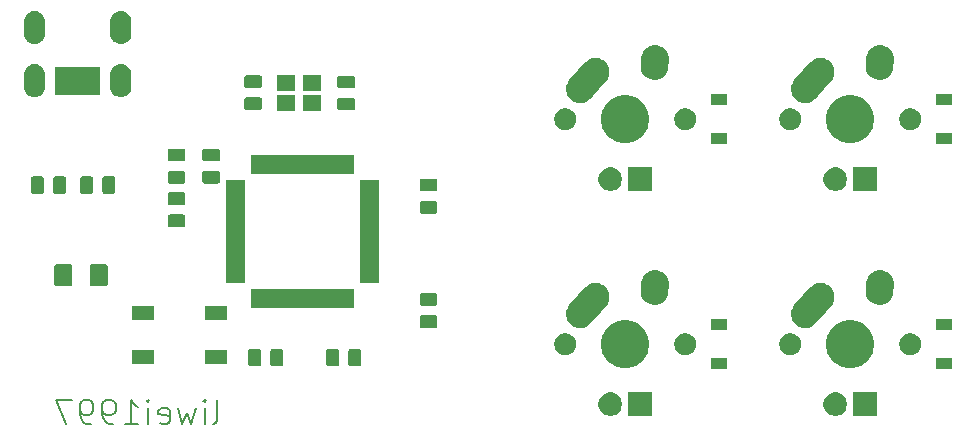
<source format=gbr>
G04 #@! TF.GenerationSoftware,KiCad,Pcbnew,5.1.5*
G04 #@! TF.CreationDate,2020-05-13T22:07:09+08:00*
G04 #@! TF.ProjectId,Balisong,42616c69-736f-46e6-972e-6b696361645f,rev?*
G04 #@! TF.SameCoordinates,Original*
G04 #@! TF.FileFunction,Soldermask,Bot*
G04 #@! TF.FilePolarity,Negative*
%FSLAX46Y46*%
G04 Gerber Fmt 4.6, Leading zero omitted, Abs format (unit mm)*
G04 Created by KiCad (PCBNEW 5.1.5) date 2020-05-13 22:07:09*
%MOMM*%
%LPD*%
G04 APERTURE LIST*
%ADD10C,0.150000*%
%ADD11C,0.100000*%
G04 APERTURE END LIST*
D10*
X47703571Y-89296761D02*
X47894047Y-89201523D01*
X47989285Y-89011047D01*
X47989285Y-87296761D01*
X46941666Y-89296761D02*
X46941666Y-87963428D01*
X46941666Y-87296761D02*
X47036904Y-87392000D01*
X46941666Y-87487238D01*
X46846428Y-87392000D01*
X46941666Y-87296761D01*
X46941666Y-87487238D01*
X46179761Y-87963428D02*
X45798809Y-89296761D01*
X45417857Y-88344380D01*
X45036904Y-89296761D01*
X44655952Y-87963428D01*
X43132142Y-89201523D02*
X43322619Y-89296761D01*
X43703571Y-89296761D01*
X43894047Y-89201523D01*
X43989285Y-89011047D01*
X43989285Y-88249142D01*
X43894047Y-88058666D01*
X43703571Y-87963428D01*
X43322619Y-87963428D01*
X43132142Y-88058666D01*
X43036904Y-88249142D01*
X43036904Y-88439619D01*
X43989285Y-88630095D01*
X42179761Y-89296761D02*
X42179761Y-87963428D01*
X42179761Y-87296761D02*
X42275000Y-87392000D01*
X42179761Y-87487238D01*
X42084523Y-87392000D01*
X42179761Y-87296761D01*
X42179761Y-87487238D01*
X40179761Y-89296761D02*
X41322619Y-89296761D01*
X40751190Y-89296761D02*
X40751190Y-87296761D01*
X40941666Y-87582476D01*
X41132142Y-87772952D01*
X41322619Y-87868190D01*
X39227380Y-89296761D02*
X38846428Y-89296761D01*
X38655952Y-89201523D01*
X38560714Y-89106285D01*
X38370238Y-88820571D01*
X38275000Y-88439619D01*
X38275000Y-87677714D01*
X38370238Y-87487238D01*
X38465476Y-87392000D01*
X38655952Y-87296761D01*
X39036904Y-87296761D01*
X39227380Y-87392000D01*
X39322619Y-87487238D01*
X39417857Y-87677714D01*
X39417857Y-88153904D01*
X39322619Y-88344380D01*
X39227380Y-88439619D01*
X39036904Y-88534857D01*
X38655952Y-88534857D01*
X38465476Y-88439619D01*
X38370238Y-88344380D01*
X38275000Y-88153904D01*
X37322619Y-89296761D02*
X36941666Y-89296761D01*
X36751190Y-89201523D01*
X36655952Y-89106285D01*
X36465476Y-88820571D01*
X36370238Y-88439619D01*
X36370238Y-87677714D01*
X36465476Y-87487238D01*
X36560714Y-87392000D01*
X36751190Y-87296761D01*
X37132142Y-87296761D01*
X37322619Y-87392000D01*
X37417857Y-87487238D01*
X37513095Y-87677714D01*
X37513095Y-88153904D01*
X37417857Y-88344380D01*
X37322619Y-88439619D01*
X37132142Y-88534857D01*
X36751190Y-88534857D01*
X36560714Y-88439619D01*
X36465476Y-88344380D01*
X36370238Y-88153904D01*
X35703571Y-87296761D02*
X34370238Y-87296761D01*
X35227380Y-89296761D01*
D11*
G36*
X100456425Y-86631988D02*
G01*
X100622710Y-86665063D01*
X100805336Y-86740709D01*
X100969694Y-86850530D01*
X101109470Y-86990306D01*
X101219291Y-87154664D01*
X101294937Y-87337290D01*
X101333500Y-87531164D01*
X101333500Y-87728836D01*
X101294937Y-87922710D01*
X101219291Y-88105336D01*
X101109470Y-88269694D01*
X100969694Y-88409470D01*
X100805336Y-88519291D01*
X100622710Y-88594937D01*
X100456425Y-88628012D01*
X100428837Y-88633500D01*
X100231163Y-88633500D01*
X100203575Y-88628012D01*
X100037290Y-88594937D01*
X99854664Y-88519291D01*
X99690306Y-88409470D01*
X99550530Y-88269694D01*
X99440709Y-88105336D01*
X99365063Y-87922710D01*
X99326500Y-87728836D01*
X99326500Y-87531164D01*
X99365063Y-87337290D01*
X99440709Y-87154664D01*
X99550530Y-86990306D01*
X99690306Y-86850530D01*
X99854664Y-86740709D01*
X100037290Y-86665063D01*
X100203575Y-86631988D01*
X100231163Y-86626500D01*
X100428837Y-86626500D01*
X100456425Y-86631988D01*
G37*
G36*
X103873500Y-88633500D02*
G01*
X101866500Y-88633500D01*
X101866500Y-86626500D01*
X103873500Y-86626500D01*
X103873500Y-88633500D01*
G37*
G36*
X81406425Y-86631988D02*
G01*
X81572710Y-86665063D01*
X81755336Y-86740709D01*
X81919694Y-86850530D01*
X82059470Y-86990306D01*
X82169291Y-87154664D01*
X82244937Y-87337290D01*
X82283500Y-87531164D01*
X82283500Y-87728836D01*
X82244937Y-87922710D01*
X82169291Y-88105336D01*
X82059470Y-88269694D01*
X81919694Y-88409470D01*
X81755336Y-88519291D01*
X81572710Y-88594937D01*
X81406425Y-88628012D01*
X81378837Y-88633500D01*
X81181163Y-88633500D01*
X81153575Y-88628012D01*
X80987290Y-88594937D01*
X80804664Y-88519291D01*
X80640306Y-88409470D01*
X80500530Y-88269694D01*
X80390709Y-88105336D01*
X80315063Y-87922710D01*
X80276500Y-87728836D01*
X80276500Y-87531164D01*
X80315063Y-87337290D01*
X80390709Y-87154664D01*
X80500530Y-86990306D01*
X80640306Y-86850530D01*
X80804664Y-86740709D01*
X80987290Y-86665063D01*
X81153575Y-86631988D01*
X81181163Y-86626500D01*
X81378837Y-86626500D01*
X81406425Y-86631988D01*
G37*
G36*
X84823500Y-88633500D02*
G01*
X82816500Y-88633500D01*
X82816500Y-86626500D01*
X84823500Y-86626500D01*
X84823500Y-88633500D01*
G37*
G36*
X91138500Y-84701000D02*
G01*
X89836500Y-84701000D01*
X89836500Y-83699000D01*
X91138500Y-83699000D01*
X91138500Y-84701000D01*
G37*
G36*
X110188500Y-84701000D02*
G01*
X108886500Y-84701000D01*
X108886500Y-83699000D01*
X110188500Y-83699000D01*
X110188500Y-84701000D01*
G37*
G36*
X83146474Y-80583684D02*
G01*
X83364474Y-80673983D01*
X83518623Y-80737833D01*
X83853548Y-80961623D01*
X84138377Y-81246452D01*
X84362167Y-81581377D01*
X84394562Y-81659586D01*
X84516316Y-81953526D01*
X84594900Y-82348594D01*
X84594900Y-82751406D01*
X84516316Y-83146474D01*
X84465451Y-83269272D01*
X84362167Y-83518623D01*
X84138377Y-83853548D01*
X83853548Y-84138377D01*
X83518623Y-84362167D01*
X83468286Y-84383017D01*
X83146474Y-84516316D01*
X82751406Y-84594900D01*
X82348594Y-84594900D01*
X81953526Y-84516316D01*
X81631714Y-84383017D01*
X81581377Y-84362167D01*
X81246452Y-84138377D01*
X80961623Y-83853548D01*
X80737833Y-83518623D01*
X80634549Y-83269272D01*
X80583684Y-83146474D01*
X80505100Y-82751406D01*
X80505100Y-82348594D01*
X80583684Y-81953526D01*
X80705438Y-81659586D01*
X80737833Y-81581377D01*
X80961623Y-81246452D01*
X81246452Y-80961623D01*
X81581377Y-80737833D01*
X81735526Y-80673983D01*
X81953526Y-80583684D01*
X82348594Y-80505100D01*
X82751406Y-80505100D01*
X83146474Y-80583684D01*
G37*
G36*
X102196474Y-80583684D02*
G01*
X102414474Y-80673983D01*
X102568623Y-80737833D01*
X102903548Y-80961623D01*
X103188377Y-81246452D01*
X103412167Y-81581377D01*
X103444562Y-81659586D01*
X103566316Y-81953526D01*
X103644900Y-82348594D01*
X103644900Y-82751406D01*
X103566316Y-83146474D01*
X103515451Y-83269272D01*
X103412167Y-83518623D01*
X103188377Y-83853548D01*
X102903548Y-84138377D01*
X102568623Y-84362167D01*
X102518286Y-84383017D01*
X102196474Y-84516316D01*
X101801406Y-84594900D01*
X101398594Y-84594900D01*
X101003526Y-84516316D01*
X100681714Y-84383017D01*
X100631377Y-84362167D01*
X100296452Y-84138377D01*
X100011623Y-83853548D01*
X99787833Y-83518623D01*
X99684549Y-83269272D01*
X99633684Y-83146474D01*
X99555100Y-82751406D01*
X99555100Y-82348594D01*
X99633684Y-81953526D01*
X99755438Y-81659586D01*
X99787833Y-81581377D01*
X100011623Y-81246452D01*
X100296452Y-80961623D01*
X100631377Y-80737833D01*
X100785526Y-80673983D01*
X101003526Y-80583684D01*
X101398594Y-80505100D01*
X101801406Y-80505100D01*
X102196474Y-80583684D01*
G37*
G36*
X51552968Y-82946565D02*
G01*
X51591638Y-82958296D01*
X51627277Y-82977346D01*
X51658517Y-83002983D01*
X51684154Y-83034223D01*
X51703204Y-83069862D01*
X51714935Y-83108532D01*
X51719500Y-83154888D01*
X51719500Y-84231112D01*
X51714935Y-84277468D01*
X51703204Y-84316138D01*
X51684154Y-84351777D01*
X51658517Y-84383017D01*
X51627277Y-84408654D01*
X51591638Y-84427704D01*
X51552968Y-84439435D01*
X51506612Y-84444000D01*
X50855388Y-84444000D01*
X50809032Y-84439435D01*
X50770362Y-84427704D01*
X50734723Y-84408654D01*
X50703483Y-84383017D01*
X50677846Y-84351777D01*
X50658796Y-84316138D01*
X50647065Y-84277468D01*
X50642500Y-84231112D01*
X50642500Y-83154888D01*
X50647065Y-83108532D01*
X50658796Y-83069862D01*
X50677846Y-83034223D01*
X50703483Y-83002983D01*
X50734723Y-82977346D01*
X50770362Y-82958296D01*
X50809032Y-82946565D01*
X50855388Y-82942000D01*
X51506612Y-82942000D01*
X51552968Y-82946565D01*
G37*
G36*
X53427968Y-82946565D02*
G01*
X53466638Y-82958296D01*
X53502277Y-82977346D01*
X53533517Y-83002983D01*
X53559154Y-83034223D01*
X53578204Y-83069862D01*
X53589935Y-83108532D01*
X53594500Y-83154888D01*
X53594500Y-84231112D01*
X53589935Y-84277468D01*
X53578204Y-84316138D01*
X53559154Y-84351777D01*
X53533517Y-84383017D01*
X53502277Y-84408654D01*
X53466638Y-84427704D01*
X53427968Y-84439435D01*
X53381612Y-84444000D01*
X52730388Y-84444000D01*
X52684032Y-84439435D01*
X52645362Y-84427704D01*
X52609723Y-84408654D01*
X52578483Y-84383017D01*
X52552846Y-84351777D01*
X52533796Y-84316138D01*
X52522065Y-84277468D01*
X52517500Y-84231112D01*
X52517500Y-83154888D01*
X52522065Y-83108532D01*
X52533796Y-83069862D01*
X52552846Y-83034223D01*
X52578483Y-83002983D01*
X52609723Y-82977346D01*
X52645362Y-82958296D01*
X52684032Y-82946565D01*
X52730388Y-82942000D01*
X53381612Y-82942000D01*
X53427968Y-82946565D01*
G37*
G36*
X58156968Y-82946565D02*
G01*
X58195638Y-82958296D01*
X58231277Y-82977346D01*
X58262517Y-83002983D01*
X58288154Y-83034223D01*
X58307204Y-83069862D01*
X58318935Y-83108532D01*
X58323500Y-83154888D01*
X58323500Y-84231112D01*
X58318935Y-84277468D01*
X58307204Y-84316138D01*
X58288154Y-84351777D01*
X58262517Y-84383017D01*
X58231277Y-84408654D01*
X58195638Y-84427704D01*
X58156968Y-84439435D01*
X58110612Y-84444000D01*
X57459388Y-84444000D01*
X57413032Y-84439435D01*
X57374362Y-84427704D01*
X57338723Y-84408654D01*
X57307483Y-84383017D01*
X57281846Y-84351777D01*
X57262796Y-84316138D01*
X57251065Y-84277468D01*
X57246500Y-84231112D01*
X57246500Y-83154888D01*
X57251065Y-83108532D01*
X57262796Y-83069862D01*
X57281846Y-83034223D01*
X57307483Y-83002983D01*
X57338723Y-82977346D01*
X57374362Y-82958296D01*
X57413032Y-82946565D01*
X57459388Y-82942000D01*
X58110612Y-82942000D01*
X58156968Y-82946565D01*
G37*
G36*
X60031968Y-82946565D02*
G01*
X60070638Y-82958296D01*
X60106277Y-82977346D01*
X60137517Y-83002983D01*
X60163154Y-83034223D01*
X60182204Y-83069862D01*
X60193935Y-83108532D01*
X60198500Y-83154888D01*
X60198500Y-84231112D01*
X60193935Y-84277468D01*
X60182204Y-84316138D01*
X60163154Y-84351777D01*
X60137517Y-84383017D01*
X60106277Y-84408654D01*
X60070638Y-84427704D01*
X60031968Y-84439435D01*
X59985612Y-84444000D01*
X59334388Y-84444000D01*
X59288032Y-84439435D01*
X59249362Y-84427704D01*
X59213723Y-84408654D01*
X59182483Y-84383017D01*
X59156846Y-84351777D01*
X59137796Y-84316138D01*
X59126065Y-84277468D01*
X59121500Y-84231112D01*
X59121500Y-83154888D01*
X59126065Y-83108532D01*
X59137796Y-83069862D01*
X59156846Y-83034223D01*
X59182483Y-83002983D01*
X59213723Y-82977346D01*
X59249362Y-82958296D01*
X59288032Y-82946565D01*
X59334388Y-82942000D01*
X59985612Y-82942000D01*
X60031968Y-82946565D01*
G37*
G36*
X48882000Y-84239000D02*
G01*
X46980000Y-84239000D01*
X46980000Y-83037000D01*
X48882000Y-83037000D01*
X48882000Y-84239000D01*
G37*
G36*
X42682000Y-84239000D02*
G01*
X40780000Y-84239000D01*
X40780000Y-83037000D01*
X42682000Y-83037000D01*
X42682000Y-84239000D01*
G37*
G36*
X106950104Y-81659585D02*
G01*
X107118626Y-81729389D01*
X107270291Y-81830728D01*
X107399272Y-81959709D01*
X107500611Y-82111374D01*
X107570415Y-82279896D01*
X107606000Y-82458797D01*
X107606000Y-82641203D01*
X107570415Y-82820104D01*
X107500611Y-82988626D01*
X107399272Y-83140291D01*
X107270291Y-83269272D01*
X107118626Y-83370611D01*
X106950104Y-83440415D01*
X106771203Y-83476000D01*
X106588797Y-83476000D01*
X106409896Y-83440415D01*
X106241374Y-83370611D01*
X106089709Y-83269272D01*
X105960728Y-83140291D01*
X105859389Y-82988626D01*
X105789585Y-82820104D01*
X105754000Y-82641203D01*
X105754000Y-82458797D01*
X105789585Y-82279896D01*
X105859389Y-82111374D01*
X105960728Y-81959709D01*
X106089709Y-81830728D01*
X106241374Y-81729389D01*
X106409896Y-81659585D01*
X106588797Y-81624000D01*
X106771203Y-81624000D01*
X106950104Y-81659585D01*
G37*
G36*
X96790104Y-81659585D02*
G01*
X96958626Y-81729389D01*
X97110291Y-81830728D01*
X97239272Y-81959709D01*
X97340611Y-82111374D01*
X97410415Y-82279896D01*
X97446000Y-82458797D01*
X97446000Y-82641203D01*
X97410415Y-82820104D01*
X97340611Y-82988626D01*
X97239272Y-83140291D01*
X97110291Y-83269272D01*
X96958626Y-83370611D01*
X96790104Y-83440415D01*
X96611203Y-83476000D01*
X96428797Y-83476000D01*
X96249896Y-83440415D01*
X96081374Y-83370611D01*
X95929709Y-83269272D01*
X95800728Y-83140291D01*
X95699389Y-82988626D01*
X95629585Y-82820104D01*
X95594000Y-82641203D01*
X95594000Y-82458797D01*
X95629585Y-82279896D01*
X95699389Y-82111374D01*
X95800728Y-81959709D01*
X95929709Y-81830728D01*
X96081374Y-81729389D01*
X96249896Y-81659585D01*
X96428797Y-81624000D01*
X96611203Y-81624000D01*
X96790104Y-81659585D01*
G37*
G36*
X87900104Y-81659585D02*
G01*
X88068626Y-81729389D01*
X88220291Y-81830728D01*
X88349272Y-81959709D01*
X88450611Y-82111374D01*
X88520415Y-82279896D01*
X88556000Y-82458797D01*
X88556000Y-82641203D01*
X88520415Y-82820104D01*
X88450611Y-82988626D01*
X88349272Y-83140291D01*
X88220291Y-83269272D01*
X88068626Y-83370611D01*
X87900104Y-83440415D01*
X87721203Y-83476000D01*
X87538797Y-83476000D01*
X87359896Y-83440415D01*
X87191374Y-83370611D01*
X87039709Y-83269272D01*
X86910728Y-83140291D01*
X86809389Y-82988626D01*
X86739585Y-82820104D01*
X86704000Y-82641203D01*
X86704000Y-82458797D01*
X86739585Y-82279896D01*
X86809389Y-82111374D01*
X86910728Y-81959709D01*
X87039709Y-81830728D01*
X87191374Y-81729389D01*
X87359896Y-81659585D01*
X87538797Y-81624000D01*
X87721203Y-81624000D01*
X87900104Y-81659585D01*
G37*
G36*
X77740104Y-81659585D02*
G01*
X77908626Y-81729389D01*
X78060291Y-81830728D01*
X78189272Y-81959709D01*
X78290611Y-82111374D01*
X78360415Y-82279896D01*
X78396000Y-82458797D01*
X78396000Y-82641203D01*
X78360415Y-82820104D01*
X78290611Y-82988626D01*
X78189272Y-83140291D01*
X78060291Y-83269272D01*
X77908626Y-83370611D01*
X77740104Y-83440415D01*
X77561203Y-83476000D01*
X77378797Y-83476000D01*
X77199896Y-83440415D01*
X77031374Y-83370611D01*
X76879709Y-83269272D01*
X76750728Y-83140291D01*
X76649389Y-82988626D01*
X76579585Y-82820104D01*
X76544000Y-82641203D01*
X76544000Y-82458797D01*
X76579585Y-82279896D01*
X76649389Y-82111374D01*
X76750728Y-81959709D01*
X76879709Y-81830728D01*
X77031374Y-81729389D01*
X77199896Y-81659585D01*
X77378797Y-81624000D01*
X77561203Y-81624000D01*
X77740104Y-81659585D01*
G37*
G36*
X91138500Y-81401000D02*
G01*
X89836500Y-81401000D01*
X89836500Y-80399000D01*
X91138500Y-80399000D01*
X91138500Y-81401000D01*
G37*
G36*
X110188500Y-81401000D02*
G01*
X108886500Y-81401000D01*
X108886500Y-80399000D01*
X110188500Y-80399000D01*
X110188500Y-81401000D01*
G37*
G36*
X99123205Y-77373881D02*
G01*
X99128645Y-77374000D01*
X99215828Y-77374000D01*
X99232097Y-77377236D01*
X99250956Y-77379515D01*
X99267532Y-77380246D01*
X99352223Y-77401010D01*
X99357518Y-77402184D01*
X99443027Y-77419193D01*
X99458362Y-77425545D01*
X99476401Y-77431455D01*
X99492521Y-77435407D01*
X99571504Y-77472280D01*
X99576494Y-77474477D01*
X99657045Y-77507842D01*
X99670841Y-77517060D01*
X99687393Y-77526382D01*
X99702426Y-77533400D01*
X99772694Y-77584971D01*
X99777192Y-77588122D01*
X99849656Y-77636541D01*
X99861383Y-77648268D01*
X99875809Y-77660648D01*
X99889179Y-77670461D01*
X99889180Y-77670462D01*
X99948021Y-77734733D01*
X99951829Y-77738714D01*
X100013459Y-77800344D01*
X100022674Y-77814135D01*
X100034396Y-77829078D01*
X100045605Y-77841321D01*
X100090799Y-77915874D01*
X100093746Y-77920501D01*
X100142158Y-77992955D01*
X100148505Y-78008277D01*
X100157092Y-78025231D01*
X100165691Y-78039417D01*
X100195478Y-78121368D01*
X100197452Y-78126448D01*
X100230807Y-78206973D01*
X100230807Y-78206974D01*
X100234041Y-78223233D01*
X100239158Y-78241542D01*
X100244825Y-78257134D01*
X100258055Y-78343345D01*
X100259001Y-78348713D01*
X100276000Y-78434173D01*
X100276000Y-78450752D01*
X100277444Y-78469692D01*
X100279963Y-78486104D01*
X100276120Y-78573249D01*
X100276000Y-78578689D01*
X100276000Y-78665825D01*
X100272766Y-78682083D01*
X100270488Y-78700941D01*
X100269756Y-78717531D01*
X100248988Y-78802237D01*
X100247812Y-78807537D01*
X100230807Y-78893027D01*
X100224457Y-78908357D01*
X100218549Y-78926393D01*
X100214595Y-78942520D01*
X100177711Y-79021526D01*
X100175511Y-79026523D01*
X100142158Y-79107045D01*
X100132944Y-79120835D01*
X100123622Y-79137387D01*
X100116602Y-79152424D01*
X100065011Y-79222720D01*
X100061866Y-79227210D01*
X100013461Y-79299654D01*
X99956460Y-79356655D01*
X99951811Y-79361563D01*
X99520311Y-79842470D01*
X98626723Y-80838376D01*
X98498679Y-80955602D01*
X98473918Y-80970612D01*
X98300583Y-81075689D01*
X98082866Y-81154823D01*
X97853895Y-81189961D01*
X97622470Y-81179754D01*
X97397481Y-81124593D01*
X97292727Y-81075689D01*
X97187579Y-81026602D01*
X97090838Y-80955602D01*
X97000823Y-80889539D01*
X96926394Y-80808241D01*
X96844398Y-80718679D01*
X96762564Y-80583685D01*
X96724311Y-80520583D01*
X96645177Y-80302866D01*
X96610039Y-80073895D01*
X96620246Y-79842470D01*
X96675407Y-79617481D01*
X96726972Y-79507028D01*
X96773398Y-79407580D01*
X96773400Y-79407577D01*
X96876114Y-79267622D01*
X97656651Y-78397712D01*
X98162787Y-77833621D01*
X98173681Y-77819589D01*
X98186539Y-77800346D01*
X98243573Y-77743312D01*
X98248223Y-77738403D01*
X98263278Y-77721624D01*
X98284701Y-77702011D01*
X98288682Y-77698203D01*
X98350346Y-77636539D01*
X98364143Y-77627320D01*
X98379102Y-77615585D01*
X98391321Y-77604398D01*
X98433428Y-77578873D01*
X98465830Y-77559231D01*
X98470421Y-77556308D01*
X98542955Y-77507842D01*
X98558300Y-77501486D01*
X98575248Y-77492901D01*
X98589416Y-77484312D01*
X98589417Y-77484312D01*
X98589418Y-77484311D01*
X98671312Y-77454545D01*
X98676410Y-77452563D01*
X98756973Y-77419193D01*
X98773252Y-77415955D01*
X98791542Y-77410844D01*
X98807135Y-77405177D01*
X98893300Y-77391954D01*
X98898663Y-77391009D01*
X98984173Y-77374000D01*
X99000766Y-77374000D01*
X99019709Y-77372555D01*
X99036106Y-77370039D01*
X99123205Y-77373881D01*
G37*
G36*
X80073205Y-77373881D02*
G01*
X80078645Y-77374000D01*
X80165828Y-77374000D01*
X80182097Y-77377236D01*
X80200956Y-77379515D01*
X80217532Y-77380246D01*
X80302223Y-77401010D01*
X80307518Y-77402184D01*
X80393027Y-77419193D01*
X80408362Y-77425545D01*
X80426401Y-77431455D01*
X80442521Y-77435407D01*
X80521504Y-77472280D01*
X80526494Y-77474477D01*
X80607045Y-77507842D01*
X80620841Y-77517060D01*
X80637393Y-77526382D01*
X80652426Y-77533400D01*
X80722694Y-77584971D01*
X80727192Y-77588122D01*
X80799656Y-77636541D01*
X80811383Y-77648268D01*
X80825809Y-77660648D01*
X80839179Y-77670461D01*
X80839180Y-77670462D01*
X80898021Y-77734733D01*
X80901829Y-77738714D01*
X80963459Y-77800344D01*
X80972674Y-77814135D01*
X80984396Y-77829078D01*
X80995605Y-77841321D01*
X81040799Y-77915874D01*
X81043746Y-77920501D01*
X81092158Y-77992955D01*
X81098505Y-78008277D01*
X81107092Y-78025231D01*
X81115691Y-78039417D01*
X81145478Y-78121368D01*
X81147452Y-78126448D01*
X81180807Y-78206973D01*
X81180807Y-78206974D01*
X81184041Y-78223233D01*
X81189158Y-78241542D01*
X81194825Y-78257134D01*
X81208055Y-78343345D01*
X81209001Y-78348713D01*
X81226000Y-78434173D01*
X81226000Y-78450752D01*
X81227444Y-78469692D01*
X81229963Y-78486104D01*
X81226120Y-78573249D01*
X81226000Y-78578689D01*
X81226000Y-78665825D01*
X81222766Y-78682083D01*
X81220488Y-78700941D01*
X81219756Y-78717531D01*
X81198988Y-78802237D01*
X81197812Y-78807537D01*
X81180807Y-78893027D01*
X81174457Y-78908357D01*
X81168549Y-78926393D01*
X81164595Y-78942520D01*
X81127711Y-79021526D01*
X81125511Y-79026523D01*
X81092158Y-79107045D01*
X81082944Y-79120835D01*
X81073622Y-79137387D01*
X81066602Y-79152424D01*
X81015011Y-79222720D01*
X81011866Y-79227210D01*
X80963461Y-79299654D01*
X80906460Y-79356655D01*
X80901811Y-79361563D01*
X80470311Y-79842470D01*
X79576723Y-80838376D01*
X79448679Y-80955602D01*
X79423918Y-80970612D01*
X79250583Y-81075689D01*
X79032866Y-81154823D01*
X78803895Y-81189961D01*
X78572470Y-81179754D01*
X78347481Y-81124593D01*
X78242727Y-81075689D01*
X78137579Y-81026602D01*
X78040838Y-80955602D01*
X77950823Y-80889539D01*
X77876394Y-80808241D01*
X77794398Y-80718679D01*
X77712564Y-80583685D01*
X77674311Y-80520583D01*
X77595177Y-80302866D01*
X77560039Y-80073895D01*
X77570246Y-79842470D01*
X77625407Y-79617481D01*
X77676972Y-79507028D01*
X77723398Y-79407580D01*
X77723400Y-79407577D01*
X77826114Y-79267622D01*
X78606651Y-78397712D01*
X79112787Y-77833621D01*
X79123681Y-77819589D01*
X79136539Y-77800346D01*
X79193573Y-77743312D01*
X79198223Y-77738403D01*
X79213278Y-77721624D01*
X79234701Y-77702011D01*
X79238682Y-77698203D01*
X79300346Y-77636539D01*
X79314143Y-77627320D01*
X79329102Y-77615585D01*
X79341321Y-77604398D01*
X79383428Y-77578873D01*
X79415830Y-77559231D01*
X79420421Y-77556308D01*
X79492955Y-77507842D01*
X79508300Y-77501486D01*
X79525248Y-77492901D01*
X79539416Y-77484312D01*
X79539417Y-77484312D01*
X79539418Y-77484311D01*
X79621312Y-77454545D01*
X79626410Y-77452563D01*
X79706973Y-77419193D01*
X79723252Y-77415955D01*
X79741542Y-77410844D01*
X79757135Y-77405177D01*
X79843300Y-77391954D01*
X79848663Y-77391009D01*
X79934173Y-77374000D01*
X79950766Y-77374000D01*
X79969709Y-77372555D01*
X79986106Y-77370039D01*
X80073205Y-77373881D01*
G37*
G36*
X66497468Y-80111065D02*
G01*
X66536138Y-80122796D01*
X66571777Y-80141846D01*
X66603017Y-80167483D01*
X66628654Y-80198723D01*
X66647704Y-80234362D01*
X66659435Y-80273032D01*
X66664000Y-80319388D01*
X66664000Y-80970612D01*
X66659435Y-81016968D01*
X66647704Y-81055638D01*
X66628654Y-81091277D01*
X66603017Y-81122517D01*
X66571777Y-81148154D01*
X66536138Y-81167204D01*
X66497468Y-81178935D01*
X66451112Y-81183500D01*
X65374888Y-81183500D01*
X65328532Y-81178935D01*
X65289862Y-81167204D01*
X65254223Y-81148154D01*
X65222983Y-81122517D01*
X65197346Y-81091277D01*
X65178296Y-81055638D01*
X65166565Y-81016968D01*
X65162000Y-80970612D01*
X65162000Y-80319388D01*
X65166565Y-80273032D01*
X65178296Y-80234362D01*
X65197346Y-80198723D01*
X65222983Y-80167483D01*
X65254223Y-80141846D01*
X65289862Y-80122796D01*
X65328532Y-80111065D01*
X65374888Y-80106500D01*
X66451112Y-80106500D01*
X66497468Y-80111065D01*
G37*
G36*
X48882000Y-80539000D02*
G01*
X46980000Y-80539000D01*
X46980000Y-79337000D01*
X48882000Y-79337000D01*
X48882000Y-80539000D01*
G37*
G36*
X42682000Y-80539000D02*
G01*
X40780000Y-80539000D01*
X40780000Y-79337000D01*
X42682000Y-79337000D01*
X42682000Y-80539000D01*
G37*
G36*
X59571000Y-79526000D02*
G01*
X50919000Y-79526000D01*
X50919000Y-77924000D01*
X59571000Y-77924000D01*
X59571000Y-79526000D01*
G37*
G36*
X66497468Y-78236065D02*
G01*
X66536138Y-78247796D01*
X66571777Y-78266846D01*
X66603017Y-78292483D01*
X66628654Y-78323723D01*
X66647704Y-78359362D01*
X66659435Y-78398032D01*
X66664000Y-78444388D01*
X66664000Y-79095612D01*
X66659435Y-79141968D01*
X66647704Y-79180638D01*
X66628654Y-79216277D01*
X66603017Y-79247517D01*
X66571777Y-79273154D01*
X66536138Y-79292204D01*
X66497468Y-79303935D01*
X66451112Y-79308500D01*
X65374888Y-79308500D01*
X65328532Y-79303935D01*
X65289862Y-79292204D01*
X65254223Y-79273154D01*
X65222983Y-79247517D01*
X65197346Y-79216277D01*
X65178296Y-79180638D01*
X65166565Y-79141968D01*
X65162000Y-79095612D01*
X65162000Y-78444388D01*
X65166565Y-78398032D01*
X65178296Y-78359362D01*
X65197346Y-78323723D01*
X65222983Y-78292483D01*
X65254223Y-78266846D01*
X65289862Y-78247796D01*
X65328532Y-78236065D01*
X65374888Y-78231500D01*
X66451112Y-78231500D01*
X66497468Y-78236065D01*
G37*
G36*
X104228127Y-76292261D02*
G01*
X104248900Y-76294000D01*
X104255827Y-76294000D01*
X104350754Y-76312882D01*
X104354348Y-76313542D01*
X104449730Y-76329624D01*
X104456203Y-76332085D01*
X104476228Y-76337841D01*
X104483027Y-76339193D01*
X104545414Y-76365034D01*
X104572443Y-76376230D01*
X104575844Y-76377581D01*
X104666255Y-76411961D01*
X104672127Y-76415640D01*
X104690636Y-76425187D01*
X104697045Y-76427842D01*
X104777563Y-76481642D01*
X104780554Y-76483578D01*
X104862557Y-76534959D01*
X104867584Y-76539700D01*
X104883896Y-76552691D01*
X104889652Y-76556537D01*
X104958110Y-76624995D01*
X104960689Y-76627499D01*
X105031090Y-76693889D01*
X105034726Y-76699000D01*
X105035095Y-76699519D01*
X105048559Y-76715444D01*
X105053459Y-76720344D01*
X105107244Y-76800839D01*
X105109291Y-76803807D01*
X105165380Y-76882645D01*
X105168214Y-76888958D01*
X105178308Y-76907193D01*
X105182158Y-76912955D01*
X105219220Y-77002430D01*
X105220624Y-77005685D01*
X105260265Y-77093973D01*
X105261815Y-77100725D01*
X105268152Y-77120562D01*
X105270807Y-77126973D01*
X105289692Y-77221917D01*
X105290438Y-77225401D01*
X105312098Y-77319751D01*
X105312098Y-77319754D01*
X105312300Y-77326654D01*
X105314647Y-77347370D01*
X105316000Y-77354174D01*
X105316000Y-77450986D01*
X105316053Y-77454584D01*
X105317188Y-77493277D01*
X105316295Y-77506225D01*
X105316000Y-77514797D01*
X105316000Y-77585826D01*
X105310081Y-77615585D01*
X105309604Y-77617979D01*
X105307500Y-77633750D01*
X105269238Y-78188545D01*
X105240376Y-78359730D01*
X105158038Y-78576255D01*
X105035041Y-78772557D01*
X104876111Y-78941090D01*
X104687355Y-79075380D01*
X104476027Y-79170265D01*
X104250249Y-79222098D01*
X104018698Y-79228889D01*
X104018697Y-79228889D01*
X103943894Y-79216277D01*
X103790270Y-79190376D01*
X103573745Y-79108038D01*
X103377443Y-78985041D01*
X103208910Y-78826111D01*
X103074620Y-78637355D01*
X102979735Y-78426027D01*
X102927902Y-78200249D01*
X102922812Y-78026723D01*
X102963704Y-77433794D01*
X102964000Y-77425196D01*
X102964000Y-77354174D01*
X102982888Y-77259219D01*
X102983544Y-77255645D01*
X102989231Y-77221917D01*
X102999624Y-77160270D01*
X103002085Y-77153799D01*
X103007842Y-77133767D01*
X103009193Y-77126974D01*
X103011843Y-77120576D01*
X103046264Y-77037476D01*
X103047553Y-77034230D01*
X103081962Y-76943745D01*
X103085636Y-76937881D01*
X103095187Y-76919365D01*
X103097842Y-76912955D01*
X103151657Y-76832415D01*
X103153577Y-76829449D01*
X103204959Y-76747443D01*
X103209711Y-76742404D01*
X103222689Y-76726107D01*
X103226537Y-76720348D01*
X103294993Y-76651892D01*
X103297546Y-76649262D01*
X103318023Y-76627548D01*
X103363889Y-76578910D01*
X103369521Y-76574903D01*
X103385447Y-76561438D01*
X103390346Y-76556539D01*
X103470824Y-76502766D01*
X103473806Y-76500710D01*
X103552645Y-76444620D01*
X103558955Y-76441787D01*
X103577194Y-76431691D01*
X103582951Y-76427844D01*
X103582954Y-76427843D01*
X103582955Y-76427842D01*
X103672429Y-76390781D01*
X103675687Y-76389375D01*
X103763973Y-76349735D01*
X103770725Y-76348185D01*
X103790562Y-76341848D01*
X103796973Y-76339193D01*
X103891899Y-76320311D01*
X103895446Y-76319551D01*
X103989751Y-76297901D01*
X103992130Y-76297831D01*
X103996665Y-76297698D01*
X104017381Y-76295351D01*
X104024174Y-76294000D01*
X104120959Y-76294000D01*
X104124584Y-76293947D01*
X104221302Y-76291110D01*
X104228127Y-76292261D01*
G37*
G36*
X85178127Y-76292261D02*
G01*
X85198900Y-76294000D01*
X85205827Y-76294000D01*
X85300754Y-76312882D01*
X85304348Y-76313542D01*
X85399730Y-76329624D01*
X85406203Y-76332085D01*
X85426228Y-76337841D01*
X85433027Y-76339193D01*
X85495414Y-76365034D01*
X85522443Y-76376230D01*
X85525844Y-76377581D01*
X85616255Y-76411961D01*
X85622127Y-76415640D01*
X85640636Y-76425187D01*
X85647045Y-76427842D01*
X85727563Y-76481642D01*
X85730554Y-76483578D01*
X85812557Y-76534959D01*
X85817584Y-76539700D01*
X85833896Y-76552691D01*
X85839652Y-76556537D01*
X85908110Y-76624995D01*
X85910689Y-76627499D01*
X85981090Y-76693889D01*
X85984726Y-76699000D01*
X85985095Y-76699519D01*
X85998559Y-76715444D01*
X86003459Y-76720344D01*
X86057244Y-76800839D01*
X86059291Y-76803807D01*
X86115380Y-76882645D01*
X86118214Y-76888958D01*
X86128308Y-76907193D01*
X86132158Y-76912955D01*
X86169220Y-77002430D01*
X86170624Y-77005685D01*
X86210265Y-77093973D01*
X86211815Y-77100725D01*
X86218152Y-77120562D01*
X86220807Y-77126973D01*
X86239692Y-77221917D01*
X86240438Y-77225401D01*
X86262098Y-77319751D01*
X86262098Y-77319754D01*
X86262300Y-77326654D01*
X86264647Y-77347370D01*
X86266000Y-77354174D01*
X86266000Y-77450986D01*
X86266053Y-77454584D01*
X86267188Y-77493277D01*
X86266295Y-77506225D01*
X86266000Y-77514797D01*
X86266000Y-77585826D01*
X86260081Y-77615585D01*
X86259604Y-77617979D01*
X86257500Y-77633750D01*
X86219238Y-78188545D01*
X86190376Y-78359730D01*
X86108038Y-78576255D01*
X85985041Y-78772557D01*
X85826111Y-78941090D01*
X85637355Y-79075380D01*
X85426027Y-79170265D01*
X85200249Y-79222098D01*
X84968698Y-79228889D01*
X84968697Y-79228889D01*
X84893894Y-79216277D01*
X84740270Y-79190376D01*
X84523745Y-79108038D01*
X84327443Y-78985041D01*
X84158910Y-78826111D01*
X84024620Y-78637355D01*
X83929735Y-78426027D01*
X83877902Y-78200249D01*
X83872812Y-78026723D01*
X83913704Y-77433794D01*
X83914000Y-77425196D01*
X83914000Y-77354174D01*
X83932888Y-77259219D01*
X83933544Y-77255645D01*
X83939231Y-77221917D01*
X83949624Y-77160270D01*
X83952085Y-77153799D01*
X83957842Y-77133767D01*
X83959193Y-77126974D01*
X83961843Y-77120576D01*
X83996264Y-77037476D01*
X83997553Y-77034230D01*
X84031962Y-76943745D01*
X84035636Y-76937881D01*
X84045187Y-76919365D01*
X84047842Y-76912955D01*
X84101657Y-76832415D01*
X84103577Y-76829449D01*
X84154959Y-76747443D01*
X84159711Y-76742404D01*
X84172689Y-76726107D01*
X84176537Y-76720348D01*
X84244993Y-76651892D01*
X84247546Y-76649262D01*
X84268023Y-76627548D01*
X84313889Y-76578910D01*
X84319521Y-76574903D01*
X84335447Y-76561438D01*
X84340346Y-76556539D01*
X84420824Y-76502766D01*
X84423806Y-76500710D01*
X84502645Y-76444620D01*
X84508955Y-76441787D01*
X84527194Y-76431691D01*
X84532951Y-76427844D01*
X84532954Y-76427843D01*
X84532955Y-76427842D01*
X84622429Y-76390781D01*
X84625687Y-76389375D01*
X84713973Y-76349735D01*
X84720725Y-76348185D01*
X84740562Y-76341848D01*
X84746973Y-76339193D01*
X84841899Y-76320311D01*
X84845446Y-76319551D01*
X84939751Y-76297901D01*
X84942130Y-76297831D01*
X84946665Y-76297698D01*
X84967381Y-76295351D01*
X84974174Y-76294000D01*
X85070959Y-76294000D01*
X85074584Y-76293947D01*
X85171302Y-76291110D01*
X85178127Y-76292261D01*
G37*
G36*
X38586062Y-75786181D02*
G01*
X38620981Y-75796774D01*
X38653163Y-75813976D01*
X38681373Y-75837127D01*
X38704524Y-75865337D01*
X38721726Y-75897519D01*
X38732319Y-75932438D01*
X38736500Y-75974895D01*
X38736500Y-77441105D01*
X38732319Y-77483562D01*
X38721726Y-77518481D01*
X38704524Y-77550663D01*
X38681373Y-77578873D01*
X38653163Y-77602024D01*
X38620981Y-77619226D01*
X38586062Y-77629819D01*
X38543605Y-77634000D01*
X37402395Y-77634000D01*
X37359938Y-77629819D01*
X37325019Y-77619226D01*
X37292837Y-77602024D01*
X37264627Y-77578873D01*
X37241476Y-77550663D01*
X37224274Y-77518481D01*
X37213681Y-77483562D01*
X37209500Y-77441105D01*
X37209500Y-75974895D01*
X37213681Y-75932438D01*
X37224274Y-75897519D01*
X37241476Y-75865337D01*
X37264627Y-75837127D01*
X37292837Y-75813976D01*
X37325019Y-75796774D01*
X37359938Y-75786181D01*
X37402395Y-75782000D01*
X38543605Y-75782000D01*
X38586062Y-75786181D01*
G37*
G36*
X35611062Y-75786181D02*
G01*
X35645981Y-75796774D01*
X35678163Y-75813976D01*
X35706373Y-75837127D01*
X35729524Y-75865337D01*
X35746726Y-75897519D01*
X35757319Y-75932438D01*
X35761500Y-75974895D01*
X35761500Y-77441105D01*
X35757319Y-77483562D01*
X35746726Y-77518481D01*
X35729524Y-77550663D01*
X35706373Y-77578873D01*
X35678163Y-77602024D01*
X35645981Y-77619226D01*
X35611062Y-77629819D01*
X35568605Y-77634000D01*
X34427395Y-77634000D01*
X34384938Y-77629819D01*
X34350019Y-77619226D01*
X34317837Y-77602024D01*
X34289627Y-77578873D01*
X34266476Y-77550663D01*
X34249274Y-77518481D01*
X34238681Y-77483562D01*
X34234500Y-77441105D01*
X34234500Y-75974895D01*
X34238681Y-75932438D01*
X34249274Y-75897519D01*
X34266476Y-75865337D01*
X34289627Y-75837127D01*
X34317837Y-75813976D01*
X34350019Y-75796774D01*
X34384938Y-75786181D01*
X34427395Y-75782000D01*
X35568605Y-75782000D01*
X35611062Y-75786181D01*
G37*
G36*
X50346000Y-77351000D02*
G01*
X48744000Y-77351000D01*
X48744000Y-68699000D01*
X50346000Y-68699000D01*
X50346000Y-77351000D01*
G37*
G36*
X61746000Y-77351000D02*
G01*
X60144000Y-77351000D01*
X60144000Y-68699000D01*
X61746000Y-68699000D01*
X61746000Y-77351000D01*
G37*
G36*
X45161468Y-71572065D02*
G01*
X45200138Y-71583796D01*
X45235777Y-71602846D01*
X45267017Y-71628483D01*
X45292654Y-71659723D01*
X45311704Y-71695362D01*
X45323435Y-71734032D01*
X45328000Y-71780388D01*
X45328000Y-72431612D01*
X45323435Y-72477968D01*
X45311704Y-72516638D01*
X45292654Y-72552277D01*
X45267017Y-72583517D01*
X45235777Y-72609154D01*
X45200138Y-72628204D01*
X45161468Y-72639935D01*
X45115112Y-72644500D01*
X44038888Y-72644500D01*
X43992532Y-72639935D01*
X43953862Y-72628204D01*
X43918223Y-72609154D01*
X43886983Y-72583517D01*
X43861346Y-72552277D01*
X43842296Y-72516638D01*
X43830565Y-72477968D01*
X43826000Y-72431612D01*
X43826000Y-71780388D01*
X43830565Y-71734032D01*
X43842296Y-71695362D01*
X43861346Y-71659723D01*
X43886983Y-71628483D01*
X43918223Y-71602846D01*
X43953862Y-71583796D01*
X43992532Y-71572065D01*
X44038888Y-71567500D01*
X45115112Y-71567500D01*
X45161468Y-71572065D01*
G37*
G36*
X66497468Y-70429065D02*
G01*
X66536138Y-70440796D01*
X66571777Y-70459846D01*
X66603017Y-70485483D01*
X66628654Y-70516723D01*
X66647704Y-70552362D01*
X66659435Y-70591032D01*
X66664000Y-70637388D01*
X66664000Y-71288612D01*
X66659435Y-71334968D01*
X66647704Y-71373638D01*
X66628654Y-71409277D01*
X66603017Y-71440517D01*
X66571777Y-71466154D01*
X66536138Y-71485204D01*
X66497468Y-71496935D01*
X66451112Y-71501500D01*
X65374888Y-71501500D01*
X65328532Y-71496935D01*
X65289862Y-71485204D01*
X65254223Y-71466154D01*
X65222983Y-71440517D01*
X65197346Y-71409277D01*
X65178296Y-71373638D01*
X65166565Y-71334968D01*
X65162000Y-71288612D01*
X65162000Y-70637388D01*
X65166565Y-70591032D01*
X65178296Y-70552362D01*
X65197346Y-70516723D01*
X65222983Y-70485483D01*
X65254223Y-70459846D01*
X65289862Y-70440796D01*
X65328532Y-70429065D01*
X65374888Y-70424500D01*
X66451112Y-70424500D01*
X66497468Y-70429065D01*
G37*
G36*
X45161468Y-69697065D02*
G01*
X45200138Y-69708796D01*
X45235777Y-69727846D01*
X45267017Y-69753483D01*
X45292654Y-69784723D01*
X45311704Y-69820362D01*
X45323435Y-69859032D01*
X45328000Y-69905388D01*
X45328000Y-70556612D01*
X45323435Y-70602968D01*
X45311704Y-70641638D01*
X45292654Y-70677277D01*
X45267017Y-70708517D01*
X45235777Y-70734154D01*
X45200138Y-70753204D01*
X45161468Y-70764935D01*
X45115112Y-70769500D01*
X44038888Y-70769500D01*
X43992532Y-70764935D01*
X43953862Y-70753204D01*
X43918223Y-70734154D01*
X43886983Y-70708517D01*
X43861346Y-70677277D01*
X43842296Y-70641638D01*
X43830565Y-70602968D01*
X43826000Y-70556612D01*
X43826000Y-69905388D01*
X43830565Y-69859032D01*
X43842296Y-69820362D01*
X43861346Y-69784723D01*
X43886983Y-69753483D01*
X43918223Y-69727846D01*
X43953862Y-69708796D01*
X43992532Y-69697065D01*
X44038888Y-69692500D01*
X45115112Y-69692500D01*
X45161468Y-69697065D01*
G37*
G36*
X35042968Y-68341565D02*
G01*
X35081638Y-68353296D01*
X35117277Y-68372346D01*
X35148517Y-68397983D01*
X35174154Y-68429223D01*
X35193204Y-68464862D01*
X35204935Y-68503532D01*
X35209500Y-68549888D01*
X35209500Y-69626112D01*
X35204935Y-69672468D01*
X35193204Y-69711138D01*
X35174154Y-69746777D01*
X35148517Y-69778017D01*
X35117277Y-69803654D01*
X35081638Y-69822704D01*
X35042968Y-69834435D01*
X34996612Y-69839000D01*
X34345388Y-69839000D01*
X34299032Y-69834435D01*
X34260362Y-69822704D01*
X34224723Y-69803654D01*
X34193483Y-69778017D01*
X34167846Y-69746777D01*
X34148796Y-69711138D01*
X34137065Y-69672468D01*
X34132500Y-69626112D01*
X34132500Y-68549888D01*
X34137065Y-68503532D01*
X34148796Y-68464862D01*
X34167846Y-68429223D01*
X34193483Y-68397983D01*
X34224723Y-68372346D01*
X34260362Y-68353296D01*
X34299032Y-68341565D01*
X34345388Y-68337000D01*
X34996612Y-68337000D01*
X35042968Y-68341565D01*
G37*
G36*
X39203968Y-68341565D02*
G01*
X39242638Y-68353296D01*
X39278277Y-68372346D01*
X39309517Y-68397983D01*
X39335154Y-68429223D01*
X39354204Y-68464862D01*
X39365935Y-68503532D01*
X39370500Y-68549888D01*
X39370500Y-69626112D01*
X39365935Y-69672468D01*
X39354204Y-69711138D01*
X39335154Y-69746777D01*
X39309517Y-69778017D01*
X39278277Y-69803654D01*
X39242638Y-69822704D01*
X39203968Y-69834435D01*
X39157612Y-69839000D01*
X38506388Y-69839000D01*
X38460032Y-69834435D01*
X38421362Y-69822704D01*
X38385723Y-69803654D01*
X38354483Y-69778017D01*
X38328846Y-69746777D01*
X38309796Y-69711138D01*
X38298065Y-69672468D01*
X38293500Y-69626112D01*
X38293500Y-68549888D01*
X38298065Y-68503532D01*
X38309796Y-68464862D01*
X38328846Y-68429223D01*
X38354483Y-68397983D01*
X38385723Y-68372346D01*
X38421362Y-68353296D01*
X38460032Y-68341565D01*
X38506388Y-68337000D01*
X39157612Y-68337000D01*
X39203968Y-68341565D01*
G37*
G36*
X33167968Y-68341565D02*
G01*
X33206638Y-68353296D01*
X33242277Y-68372346D01*
X33273517Y-68397983D01*
X33299154Y-68429223D01*
X33318204Y-68464862D01*
X33329935Y-68503532D01*
X33334500Y-68549888D01*
X33334500Y-69626112D01*
X33329935Y-69672468D01*
X33318204Y-69711138D01*
X33299154Y-69746777D01*
X33273517Y-69778017D01*
X33242277Y-69803654D01*
X33206638Y-69822704D01*
X33167968Y-69834435D01*
X33121612Y-69839000D01*
X32470388Y-69839000D01*
X32424032Y-69834435D01*
X32385362Y-69822704D01*
X32349723Y-69803654D01*
X32318483Y-69778017D01*
X32292846Y-69746777D01*
X32273796Y-69711138D01*
X32262065Y-69672468D01*
X32257500Y-69626112D01*
X32257500Y-68549888D01*
X32262065Y-68503532D01*
X32273796Y-68464862D01*
X32292846Y-68429223D01*
X32318483Y-68397983D01*
X32349723Y-68372346D01*
X32385362Y-68353296D01*
X32424032Y-68341565D01*
X32470388Y-68337000D01*
X33121612Y-68337000D01*
X33167968Y-68341565D01*
G37*
G36*
X37328968Y-68341565D02*
G01*
X37367638Y-68353296D01*
X37403277Y-68372346D01*
X37434517Y-68397983D01*
X37460154Y-68429223D01*
X37479204Y-68464862D01*
X37490935Y-68503532D01*
X37495500Y-68549888D01*
X37495500Y-69626112D01*
X37490935Y-69672468D01*
X37479204Y-69711138D01*
X37460154Y-69746777D01*
X37434517Y-69778017D01*
X37403277Y-69803654D01*
X37367638Y-69822704D01*
X37328968Y-69834435D01*
X37282612Y-69839000D01*
X36631388Y-69839000D01*
X36585032Y-69834435D01*
X36546362Y-69822704D01*
X36510723Y-69803654D01*
X36479483Y-69778017D01*
X36453846Y-69746777D01*
X36434796Y-69711138D01*
X36423065Y-69672468D01*
X36418500Y-69626112D01*
X36418500Y-68549888D01*
X36423065Y-68503532D01*
X36434796Y-68464862D01*
X36453846Y-68429223D01*
X36479483Y-68397983D01*
X36510723Y-68372346D01*
X36546362Y-68353296D01*
X36585032Y-68341565D01*
X36631388Y-68337000D01*
X37282612Y-68337000D01*
X37328968Y-68341565D01*
G37*
G36*
X66497468Y-68554065D02*
G01*
X66536138Y-68565796D01*
X66571777Y-68584846D01*
X66603017Y-68610483D01*
X66628654Y-68641723D01*
X66647704Y-68677362D01*
X66659435Y-68716032D01*
X66664000Y-68762388D01*
X66664000Y-69413612D01*
X66659435Y-69459968D01*
X66647704Y-69498638D01*
X66628654Y-69534277D01*
X66603017Y-69565517D01*
X66571777Y-69591154D01*
X66536138Y-69610204D01*
X66497468Y-69621935D01*
X66451112Y-69626500D01*
X65374888Y-69626500D01*
X65328532Y-69621935D01*
X65289862Y-69610204D01*
X65254223Y-69591154D01*
X65222983Y-69565517D01*
X65197346Y-69534277D01*
X65178296Y-69498638D01*
X65166565Y-69459968D01*
X65162000Y-69413612D01*
X65162000Y-68762388D01*
X65166565Y-68716032D01*
X65178296Y-68677362D01*
X65197346Y-68641723D01*
X65222983Y-68610483D01*
X65254223Y-68584846D01*
X65289862Y-68565796D01*
X65328532Y-68554065D01*
X65374888Y-68549500D01*
X66451112Y-68549500D01*
X66497468Y-68554065D01*
G37*
G36*
X103873500Y-69583500D02*
G01*
X101866500Y-69583500D01*
X101866500Y-67576500D01*
X103873500Y-67576500D01*
X103873500Y-69583500D01*
G37*
G36*
X100456425Y-67581988D02*
G01*
X100622710Y-67615063D01*
X100805336Y-67690709D01*
X100969694Y-67800530D01*
X101109470Y-67940306D01*
X101219291Y-68104664D01*
X101294937Y-68287290D01*
X101333500Y-68481164D01*
X101333500Y-68678836D01*
X101294937Y-68872710D01*
X101219291Y-69055336D01*
X101109470Y-69219694D01*
X100969694Y-69359470D01*
X100805336Y-69469291D01*
X100622710Y-69544937D01*
X100456425Y-69578012D01*
X100428837Y-69583500D01*
X100231163Y-69583500D01*
X100203575Y-69578012D01*
X100037290Y-69544937D01*
X99854664Y-69469291D01*
X99690306Y-69359470D01*
X99550530Y-69219694D01*
X99440709Y-69055336D01*
X99365063Y-68872710D01*
X99326500Y-68678836D01*
X99326500Y-68481164D01*
X99365063Y-68287290D01*
X99440709Y-68104664D01*
X99550530Y-67940306D01*
X99690306Y-67800530D01*
X99854664Y-67690709D01*
X100037290Y-67615063D01*
X100203575Y-67581988D01*
X100231163Y-67576500D01*
X100428837Y-67576500D01*
X100456425Y-67581988D01*
G37*
G36*
X81406425Y-67581988D02*
G01*
X81572710Y-67615063D01*
X81755336Y-67690709D01*
X81919694Y-67800530D01*
X82059470Y-67940306D01*
X82169291Y-68104664D01*
X82244937Y-68287290D01*
X82283500Y-68481164D01*
X82283500Y-68678836D01*
X82244937Y-68872710D01*
X82169291Y-69055336D01*
X82059470Y-69219694D01*
X81919694Y-69359470D01*
X81755336Y-69469291D01*
X81572710Y-69544937D01*
X81406425Y-69578012D01*
X81378837Y-69583500D01*
X81181163Y-69583500D01*
X81153575Y-69578012D01*
X80987290Y-69544937D01*
X80804664Y-69469291D01*
X80640306Y-69359470D01*
X80500530Y-69219694D01*
X80390709Y-69055336D01*
X80315063Y-68872710D01*
X80276500Y-68678836D01*
X80276500Y-68481164D01*
X80315063Y-68287290D01*
X80390709Y-68104664D01*
X80500530Y-67940306D01*
X80640306Y-67800530D01*
X80804664Y-67690709D01*
X80987290Y-67615063D01*
X81153575Y-67581988D01*
X81181163Y-67576500D01*
X81378837Y-67576500D01*
X81406425Y-67581988D01*
G37*
G36*
X84823500Y-69583500D02*
G01*
X82816500Y-69583500D01*
X82816500Y-67576500D01*
X84823500Y-67576500D01*
X84823500Y-69583500D01*
G37*
G36*
X48082468Y-67889065D02*
G01*
X48121138Y-67900796D01*
X48156777Y-67919846D01*
X48188017Y-67945483D01*
X48213654Y-67976723D01*
X48232704Y-68012362D01*
X48244435Y-68051032D01*
X48249000Y-68097388D01*
X48249000Y-68748612D01*
X48244435Y-68794968D01*
X48232704Y-68833638D01*
X48213654Y-68869277D01*
X48188017Y-68900517D01*
X48156777Y-68926154D01*
X48121138Y-68945204D01*
X48082468Y-68956935D01*
X48036112Y-68961500D01*
X46959888Y-68961500D01*
X46913532Y-68956935D01*
X46874862Y-68945204D01*
X46839223Y-68926154D01*
X46807983Y-68900517D01*
X46782346Y-68869277D01*
X46763296Y-68833638D01*
X46751565Y-68794968D01*
X46747000Y-68748612D01*
X46747000Y-68097388D01*
X46751565Y-68051032D01*
X46763296Y-68012362D01*
X46782346Y-67976723D01*
X46807983Y-67945483D01*
X46839223Y-67919846D01*
X46874862Y-67900796D01*
X46913532Y-67889065D01*
X46959888Y-67884500D01*
X48036112Y-67884500D01*
X48082468Y-67889065D01*
G37*
G36*
X45161468Y-67889065D02*
G01*
X45200138Y-67900796D01*
X45235777Y-67919846D01*
X45267017Y-67945483D01*
X45292654Y-67976723D01*
X45311704Y-68012362D01*
X45323435Y-68051032D01*
X45328000Y-68097388D01*
X45328000Y-68748612D01*
X45323435Y-68794968D01*
X45311704Y-68833638D01*
X45292654Y-68869277D01*
X45267017Y-68900517D01*
X45235777Y-68926154D01*
X45200138Y-68945204D01*
X45161468Y-68956935D01*
X45115112Y-68961500D01*
X44038888Y-68961500D01*
X43992532Y-68956935D01*
X43953862Y-68945204D01*
X43918223Y-68926154D01*
X43886983Y-68900517D01*
X43861346Y-68869277D01*
X43842296Y-68833638D01*
X43830565Y-68794968D01*
X43826000Y-68748612D01*
X43826000Y-68097388D01*
X43830565Y-68051032D01*
X43842296Y-68012362D01*
X43861346Y-67976723D01*
X43886983Y-67945483D01*
X43918223Y-67919846D01*
X43953862Y-67900796D01*
X43992532Y-67889065D01*
X44038888Y-67884500D01*
X45115112Y-67884500D01*
X45161468Y-67889065D01*
G37*
G36*
X59571000Y-68126000D02*
G01*
X50919000Y-68126000D01*
X50919000Y-66524000D01*
X59571000Y-66524000D01*
X59571000Y-68126000D01*
G37*
G36*
X48082468Y-66014065D02*
G01*
X48121138Y-66025796D01*
X48156777Y-66044846D01*
X48188017Y-66070483D01*
X48213654Y-66101723D01*
X48232704Y-66137362D01*
X48244435Y-66176032D01*
X48249000Y-66222388D01*
X48249000Y-66873612D01*
X48244435Y-66919968D01*
X48232704Y-66958638D01*
X48213654Y-66994277D01*
X48188017Y-67025517D01*
X48156777Y-67051154D01*
X48121138Y-67070204D01*
X48082468Y-67081935D01*
X48036112Y-67086500D01*
X46959888Y-67086500D01*
X46913532Y-67081935D01*
X46874862Y-67070204D01*
X46839223Y-67051154D01*
X46807983Y-67025517D01*
X46782346Y-66994277D01*
X46763296Y-66958638D01*
X46751565Y-66919968D01*
X46747000Y-66873612D01*
X46747000Y-66222388D01*
X46751565Y-66176032D01*
X46763296Y-66137362D01*
X46782346Y-66101723D01*
X46807983Y-66070483D01*
X46839223Y-66044846D01*
X46874862Y-66025796D01*
X46913532Y-66014065D01*
X46959888Y-66009500D01*
X48036112Y-66009500D01*
X48082468Y-66014065D01*
G37*
G36*
X45161468Y-66014065D02*
G01*
X45200138Y-66025796D01*
X45235777Y-66044846D01*
X45267017Y-66070483D01*
X45292654Y-66101723D01*
X45311704Y-66137362D01*
X45323435Y-66176032D01*
X45328000Y-66222388D01*
X45328000Y-66873612D01*
X45323435Y-66919968D01*
X45311704Y-66958638D01*
X45292654Y-66994277D01*
X45267017Y-67025517D01*
X45235777Y-67051154D01*
X45200138Y-67070204D01*
X45161468Y-67081935D01*
X45115112Y-67086500D01*
X44038888Y-67086500D01*
X43992532Y-67081935D01*
X43953862Y-67070204D01*
X43918223Y-67051154D01*
X43886983Y-67025517D01*
X43861346Y-66994277D01*
X43842296Y-66958638D01*
X43830565Y-66919968D01*
X43826000Y-66873612D01*
X43826000Y-66222388D01*
X43830565Y-66176032D01*
X43842296Y-66137362D01*
X43861346Y-66101723D01*
X43886983Y-66070483D01*
X43918223Y-66044846D01*
X43953862Y-66025796D01*
X43992532Y-66014065D01*
X44038888Y-66009500D01*
X45115112Y-66009500D01*
X45161468Y-66014065D01*
G37*
G36*
X110188500Y-65651000D02*
G01*
X108886500Y-65651000D01*
X108886500Y-64649000D01*
X110188500Y-64649000D01*
X110188500Y-65651000D01*
G37*
G36*
X91138500Y-65651000D02*
G01*
X89836500Y-65651000D01*
X89836500Y-64649000D01*
X91138500Y-64649000D01*
X91138500Y-65651000D01*
G37*
G36*
X83146474Y-61533684D02*
G01*
X83364474Y-61623983D01*
X83518623Y-61687833D01*
X83853548Y-61911623D01*
X84138377Y-62196452D01*
X84362167Y-62531377D01*
X84394562Y-62609586D01*
X84516316Y-62903526D01*
X84594900Y-63298594D01*
X84594900Y-63701406D01*
X84516316Y-64096474D01*
X84465451Y-64219272D01*
X84362167Y-64468623D01*
X84138377Y-64803548D01*
X83853548Y-65088377D01*
X83518623Y-65312167D01*
X83364474Y-65376017D01*
X83146474Y-65466316D01*
X82751406Y-65544900D01*
X82348594Y-65544900D01*
X81953526Y-65466316D01*
X81735526Y-65376017D01*
X81581377Y-65312167D01*
X81246452Y-65088377D01*
X80961623Y-64803548D01*
X80737833Y-64468623D01*
X80634549Y-64219272D01*
X80583684Y-64096474D01*
X80505100Y-63701406D01*
X80505100Y-63298594D01*
X80583684Y-62903526D01*
X80705438Y-62609586D01*
X80737833Y-62531377D01*
X80961623Y-62196452D01*
X81246452Y-61911623D01*
X81581377Y-61687833D01*
X81735526Y-61623983D01*
X81953526Y-61533684D01*
X82348594Y-61455100D01*
X82751406Y-61455100D01*
X83146474Y-61533684D01*
G37*
G36*
X102196474Y-61533684D02*
G01*
X102414474Y-61623983D01*
X102568623Y-61687833D01*
X102903548Y-61911623D01*
X103188377Y-62196452D01*
X103412167Y-62531377D01*
X103444562Y-62609586D01*
X103566316Y-62903526D01*
X103644900Y-63298594D01*
X103644900Y-63701406D01*
X103566316Y-64096474D01*
X103515451Y-64219272D01*
X103412167Y-64468623D01*
X103188377Y-64803548D01*
X102903548Y-65088377D01*
X102568623Y-65312167D01*
X102414474Y-65376017D01*
X102196474Y-65466316D01*
X101801406Y-65544900D01*
X101398594Y-65544900D01*
X101003526Y-65466316D01*
X100785526Y-65376017D01*
X100631377Y-65312167D01*
X100296452Y-65088377D01*
X100011623Y-64803548D01*
X99787833Y-64468623D01*
X99684549Y-64219272D01*
X99633684Y-64096474D01*
X99555100Y-63701406D01*
X99555100Y-63298594D01*
X99633684Y-62903526D01*
X99755438Y-62609586D01*
X99787833Y-62531377D01*
X100011623Y-62196452D01*
X100296452Y-61911623D01*
X100631377Y-61687833D01*
X100785526Y-61623983D01*
X101003526Y-61533684D01*
X101398594Y-61455100D01*
X101801406Y-61455100D01*
X102196474Y-61533684D01*
G37*
G36*
X106950104Y-62609585D02*
G01*
X107118626Y-62679389D01*
X107270291Y-62780728D01*
X107399272Y-62909709D01*
X107500611Y-63061374D01*
X107570415Y-63229896D01*
X107606000Y-63408797D01*
X107606000Y-63591203D01*
X107570415Y-63770104D01*
X107500611Y-63938626D01*
X107399272Y-64090291D01*
X107270291Y-64219272D01*
X107118626Y-64320611D01*
X106950104Y-64390415D01*
X106771203Y-64426000D01*
X106588797Y-64426000D01*
X106409896Y-64390415D01*
X106241374Y-64320611D01*
X106089709Y-64219272D01*
X105960728Y-64090291D01*
X105859389Y-63938626D01*
X105789585Y-63770104D01*
X105754000Y-63591203D01*
X105754000Y-63408797D01*
X105789585Y-63229896D01*
X105859389Y-63061374D01*
X105960728Y-62909709D01*
X106089709Y-62780728D01*
X106241374Y-62679389D01*
X106409896Y-62609585D01*
X106588797Y-62574000D01*
X106771203Y-62574000D01*
X106950104Y-62609585D01*
G37*
G36*
X96790104Y-62609585D02*
G01*
X96958626Y-62679389D01*
X97110291Y-62780728D01*
X97239272Y-62909709D01*
X97340611Y-63061374D01*
X97410415Y-63229896D01*
X97446000Y-63408797D01*
X97446000Y-63591203D01*
X97410415Y-63770104D01*
X97340611Y-63938626D01*
X97239272Y-64090291D01*
X97110291Y-64219272D01*
X96958626Y-64320611D01*
X96790104Y-64390415D01*
X96611203Y-64426000D01*
X96428797Y-64426000D01*
X96249896Y-64390415D01*
X96081374Y-64320611D01*
X95929709Y-64219272D01*
X95800728Y-64090291D01*
X95699389Y-63938626D01*
X95629585Y-63770104D01*
X95594000Y-63591203D01*
X95594000Y-63408797D01*
X95629585Y-63229896D01*
X95699389Y-63061374D01*
X95800728Y-62909709D01*
X95929709Y-62780728D01*
X96081374Y-62679389D01*
X96249896Y-62609585D01*
X96428797Y-62574000D01*
X96611203Y-62574000D01*
X96790104Y-62609585D01*
G37*
G36*
X87900104Y-62609585D02*
G01*
X88068626Y-62679389D01*
X88220291Y-62780728D01*
X88349272Y-62909709D01*
X88450611Y-63061374D01*
X88520415Y-63229896D01*
X88556000Y-63408797D01*
X88556000Y-63591203D01*
X88520415Y-63770104D01*
X88450611Y-63938626D01*
X88349272Y-64090291D01*
X88220291Y-64219272D01*
X88068626Y-64320611D01*
X87900104Y-64390415D01*
X87721203Y-64426000D01*
X87538797Y-64426000D01*
X87359896Y-64390415D01*
X87191374Y-64320611D01*
X87039709Y-64219272D01*
X86910728Y-64090291D01*
X86809389Y-63938626D01*
X86739585Y-63770104D01*
X86704000Y-63591203D01*
X86704000Y-63408797D01*
X86739585Y-63229896D01*
X86809389Y-63061374D01*
X86910728Y-62909709D01*
X87039709Y-62780728D01*
X87191374Y-62679389D01*
X87359896Y-62609585D01*
X87538797Y-62574000D01*
X87721203Y-62574000D01*
X87900104Y-62609585D01*
G37*
G36*
X77740104Y-62609585D02*
G01*
X77908626Y-62679389D01*
X78060291Y-62780728D01*
X78189272Y-62909709D01*
X78290611Y-63061374D01*
X78360415Y-63229896D01*
X78396000Y-63408797D01*
X78396000Y-63591203D01*
X78360415Y-63770104D01*
X78290611Y-63938626D01*
X78189272Y-64090291D01*
X78060291Y-64219272D01*
X77908626Y-64320611D01*
X77740104Y-64390415D01*
X77561203Y-64426000D01*
X77378797Y-64426000D01*
X77199896Y-64390415D01*
X77031374Y-64320611D01*
X76879709Y-64219272D01*
X76750728Y-64090291D01*
X76649389Y-63938626D01*
X76579585Y-63770104D01*
X76544000Y-63591203D01*
X76544000Y-63408797D01*
X76579585Y-63229896D01*
X76649389Y-63061374D01*
X76750728Y-62909709D01*
X76879709Y-62780728D01*
X77031374Y-62679389D01*
X77199896Y-62609585D01*
X77378797Y-62574000D01*
X77561203Y-62574000D01*
X77740104Y-62609585D01*
G37*
G36*
X56799000Y-62803000D02*
G01*
X55297000Y-62803000D01*
X55297000Y-61501000D01*
X56799000Y-61501000D01*
X56799000Y-62803000D01*
G37*
G36*
X54599000Y-62803000D02*
G01*
X53097000Y-62803000D01*
X53097000Y-61501000D01*
X54599000Y-61501000D01*
X54599000Y-62803000D01*
G37*
G36*
X59512468Y-61696065D02*
G01*
X59551138Y-61707796D01*
X59586777Y-61726846D01*
X59618017Y-61752483D01*
X59643654Y-61783723D01*
X59662704Y-61819362D01*
X59674435Y-61858032D01*
X59679000Y-61904388D01*
X59679000Y-62555612D01*
X59674435Y-62601968D01*
X59662704Y-62640638D01*
X59643654Y-62676277D01*
X59618017Y-62707517D01*
X59586777Y-62733154D01*
X59551138Y-62752204D01*
X59512468Y-62763935D01*
X59466112Y-62768500D01*
X58389888Y-62768500D01*
X58343532Y-62763935D01*
X58304862Y-62752204D01*
X58269223Y-62733154D01*
X58237983Y-62707517D01*
X58212346Y-62676277D01*
X58193296Y-62640638D01*
X58181565Y-62601968D01*
X58177000Y-62555612D01*
X58177000Y-61904388D01*
X58181565Y-61858032D01*
X58193296Y-61819362D01*
X58212346Y-61783723D01*
X58237983Y-61752483D01*
X58269223Y-61726846D01*
X58304862Y-61707796D01*
X58343532Y-61696065D01*
X58389888Y-61691500D01*
X59466112Y-61691500D01*
X59512468Y-61696065D01*
G37*
G36*
X51638468Y-61666065D02*
G01*
X51677138Y-61677796D01*
X51712777Y-61696846D01*
X51744017Y-61722483D01*
X51769654Y-61753723D01*
X51788704Y-61789362D01*
X51800435Y-61828032D01*
X51805000Y-61874388D01*
X51805000Y-62525612D01*
X51800435Y-62571968D01*
X51788704Y-62610638D01*
X51769654Y-62646277D01*
X51744017Y-62677517D01*
X51712777Y-62703154D01*
X51677138Y-62722204D01*
X51638468Y-62733935D01*
X51592112Y-62738500D01*
X50515888Y-62738500D01*
X50469532Y-62733935D01*
X50430862Y-62722204D01*
X50395223Y-62703154D01*
X50363983Y-62677517D01*
X50338346Y-62646277D01*
X50319296Y-62610638D01*
X50307565Y-62571968D01*
X50303000Y-62525612D01*
X50303000Y-61874388D01*
X50307565Y-61828032D01*
X50319296Y-61789362D01*
X50338346Y-61753723D01*
X50363983Y-61722483D01*
X50395223Y-61696846D01*
X50430862Y-61677796D01*
X50469532Y-61666065D01*
X50515888Y-61661500D01*
X51592112Y-61661500D01*
X51638468Y-61666065D01*
G37*
G36*
X91138500Y-62351000D02*
G01*
X89836500Y-62351000D01*
X89836500Y-61349000D01*
X91138500Y-61349000D01*
X91138500Y-62351000D01*
G37*
G36*
X110188500Y-62351000D02*
G01*
X108886500Y-62351000D01*
X108886500Y-61349000D01*
X110188500Y-61349000D01*
X110188500Y-62351000D01*
G37*
G36*
X99123205Y-58323881D02*
G01*
X99128645Y-58324000D01*
X99215828Y-58324000D01*
X99232097Y-58327236D01*
X99250956Y-58329515D01*
X99267532Y-58330246D01*
X99352223Y-58351010D01*
X99357518Y-58352184D01*
X99443027Y-58369193D01*
X99458362Y-58375545D01*
X99476401Y-58381455D01*
X99492521Y-58385407D01*
X99571504Y-58422280D01*
X99576494Y-58424477D01*
X99657045Y-58457842D01*
X99670841Y-58467060D01*
X99687393Y-58476382D01*
X99702426Y-58483400D01*
X99772694Y-58534971D01*
X99777192Y-58538122D01*
X99849656Y-58586541D01*
X99861383Y-58598268D01*
X99875809Y-58610648D01*
X99889179Y-58620461D01*
X99889180Y-58620462D01*
X99948021Y-58684733D01*
X99951829Y-58688714D01*
X100013459Y-58750344D01*
X100022674Y-58764135D01*
X100034396Y-58779078D01*
X100045605Y-58791321D01*
X100090799Y-58865874D01*
X100093746Y-58870501D01*
X100142158Y-58942955D01*
X100148505Y-58958277D01*
X100157092Y-58975231D01*
X100165691Y-58989417D01*
X100195478Y-59071368D01*
X100197452Y-59076448D01*
X100230807Y-59156973D01*
X100230807Y-59156974D01*
X100234041Y-59173233D01*
X100239158Y-59191542D01*
X100244825Y-59207134D01*
X100258055Y-59293345D01*
X100259001Y-59298713D01*
X100276000Y-59384173D01*
X100276000Y-59400752D01*
X100277444Y-59419692D01*
X100279963Y-59436104D01*
X100276120Y-59523249D01*
X100276000Y-59528689D01*
X100276000Y-59615825D01*
X100272766Y-59632083D01*
X100270488Y-59650941D01*
X100269756Y-59667531D01*
X100248988Y-59752237D01*
X100247812Y-59757537D01*
X100230807Y-59843027D01*
X100224457Y-59858357D01*
X100218549Y-59876393D01*
X100214595Y-59892520D01*
X100177711Y-59971526D01*
X100175511Y-59976523D01*
X100142158Y-60057045D01*
X100132944Y-60070835D01*
X100123622Y-60087387D01*
X100116602Y-60102424D01*
X100065011Y-60172720D01*
X100061866Y-60177210D01*
X100013461Y-60249654D01*
X99956460Y-60306655D01*
X99951811Y-60311563D01*
X98855248Y-61533684D01*
X98626723Y-61788376D01*
X98498679Y-61905602D01*
X98407706Y-61960750D01*
X98300583Y-62025689D01*
X98082866Y-62104823D01*
X97853895Y-62139961D01*
X97622470Y-62129754D01*
X97397481Y-62074593D01*
X97292727Y-62025689D01*
X97187579Y-61976602D01*
X97089184Y-61904388D01*
X97000823Y-61839539D01*
X96921122Y-61752483D01*
X96844398Y-61668679D01*
X96762564Y-61533685D01*
X96724311Y-61470583D01*
X96645177Y-61252866D01*
X96610039Y-61023895D01*
X96620246Y-60792470D01*
X96675407Y-60567481D01*
X96726972Y-60457028D01*
X96773398Y-60357580D01*
X96773400Y-60357577D01*
X96876114Y-60217622D01*
X97631245Y-59376027D01*
X98162787Y-58783621D01*
X98173681Y-58769589D01*
X98186539Y-58750346D01*
X98243573Y-58693312D01*
X98248223Y-58688403D01*
X98263278Y-58671624D01*
X98284701Y-58652011D01*
X98288682Y-58648203D01*
X98350346Y-58586539D01*
X98364143Y-58577320D01*
X98379102Y-58565585D01*
X98391321Y-58554398D01*
X98423385Y-58534961D01*
X98465830Y-58509231D01*
X98470421Y-58506308D01*
X98542955Y-58457842D01*
X98558300Y-58451486D01*
X98575248Y-58442901D01*
X98589416Y-58434312D01*
X98589417Y-58434312D01*
X98589418Y-58434311D01*
X98671312Y-58404545D01*
X98676410Y-58402563D01*
X98756973Y-58369193D01*
X98773252Y-58365955D01*
X98791542Y-58360844D01*
X98807135Y-58355177D01*
X98893300Y-58341954D01*
X98898663Y-58341009D01*
X98984173Y-58324000D01*
X99000766Y-58324000D01*
X99019709Y-58322555D01*
X99036106Y-58320039D01*
X99123205Y-58323881D01*
G37*
G36*
X80073205Y-58323881D02*
G01*
X80078645Y-58324000D01*
X80165828Y-58324000D01*
X80182097Y-58327236D01*
X80200956Y-58329515D01*
X80217532Y-58330246D01*
X80302223Y-58351010D01*
X80307518Y-58352184D01*
X80393027Y-58369193D01*
X80408362Y-58375545D01*
X80426401Y-58381455D01*
X80442521Y-58385407D01*
X80521504Y-58422280D01*
X80526494Y-58424477D01*
X80607045Y-58457842D01*
X80620841Y-58467060D01*
X80637393Y-58476382D01*
X80652426Y-58483400D01*
X80722694Y-58534971D01*
X80727192Y-58538122D01*
X80799656Y-58586541D01*
X80811383Y-58598268D01*
X80825809Y-58610648D01*
X80839179Y-58620461D01*
X80839180Y-58620462D01*
X80898021Y-58684733D01*
X80901829Y-58688714D01*
X80963459Y-58750344D01*
X80972674Y-58764135D01*
X80984396Y-58779078D01*
X80995605Y-58791321D01*
X81040799Y-58865874D01*
X81043746Y-58870501D01*
X81092158Y-58942955D01*
X81098505Y-58958277D01*
X81107092Y-58975231D01*
X81115691Y-58989417D01*
X81145478Y-59071368D01*
X81147452Y-59076448D01*
X81180807Y-59156973D01*
X81180807Y-59156974D01*
X81184041Y-59173233D01*
X81189158Y-59191542D01*
X81194825Y-59207134D01*
X81208055Y-59293345D01*
X81209001Y-59298713D01*
X81226000Y-59384173D01*
X81226000Y-59400752D01*
X81227444Y-59419692D01*
X81229963Y-59436104D01*
X81226120Y-59523249D01*
X81226000Y-59528689D01*
X81226000Y-59615825D01*
X81222766Y-59632083D01*
X81220488Y-59650941D01*
X81219756Y-59667531D01*
X81198988Y-59752237D01*
X81197812Y-59757537D01*
X81180807Y-59843027D01*
X81174457Y-59858357D01*
X81168549Y-59876393D01*
X81164595Y-59892520D01*
X81127711Y-59971526D01*
X81125511Y-59976523D01*
X81092158Y-60057045D01*
X81082944Y-60070835D01*
X81073622Y-60087387D01*
X81066602Y-60102424D01*
X81015011Y-60172720D01*
X81011866Y-60177210D01*
X80963461Y-60249654D01*
X80906460Y-60306655D01*
X80901811Y-60311563D01*
X79805248Y-61533684D01*
X79576723Y-61788376D01*
X79448679Y-61905602D01*
X79357706Y-61960750D01*
X79250583Y-62025689D01*
X79032866Y-62104823D01*
X78803895Y-62139961D01*
X78572470Y-62129754D01*
X78347481Y-62074593D01*
X78242727Y-62025689D01*
X78137579Y-61976602D01*
X78039184Y-61904388D01*
X77950823Y-61839539D01*
X77871122Y-61752483D01*
X77794398Y-61668679D01*
X77712564Y-61533685D01*
X77674311Y-61470583D01*
X77595177Y-61252866D01*
X77560039Y-61023895D01*
X77570246Y-60792470D01*
X77625407Y-60567481D01*
X77676972Y-60457028D01*
X77723398Y-60357580D01*
X77723400Y-60357577D01*
X77826114Y-60217622D01*
X78581245Y-59376027D01*
X79112787Y-58783621D01*
X79123681Y-58769589D01*
X79136539Y-58750346D01*
X79193573Y-58693312D01*
X79198223Y-58688403D01*
X79213278Y-58671624D01*
X79234701Y-58652011D01*
X79238682Y-58648203D01*
X79300346Y-58586539D01*
X79314143Y-58577320D01*
X79329102Y-58565585D01*
X79341321Y-58554398D01*
X79373385Y-58534961D01*
X79415830Y-58509231D01*
X79420421Y-58506308D01*
X79492955Y-58457842D01*
X79508300Y-58451486D01*
X79525248Y-58442901D01*
X79539416Y-58434312D01*
X79539417Y-58434312D01*
X79539418Y-58434311D01*
X79621312Y-58404545D01*
X79626410Y-58402563D01*
X79706973Y-58369193D01*
X79723252Y-58365955D01*
X79741542Y-58360844D01*
X79757135Y-58355177D01*
X79843300Y-58341954D01*
X79848663Y-58341009D01*
X79934173Y-58324000D01*
X79950766Y-58324000D01*
X79969709Y-58322555D01*
X79986106Y-58320039D01*
X80073205Y-58323881D01*
G37*
G36*
X40021627Y-58865037D02*
G01*
X40191466Y-58916557D01*
X40347991Y-59000222D01*
X40383729Y-59029552D01*
X40485186Y-59112814D01*
X40549796Y-59191543D01*
X40597778Y-59250009D01*
X40681443Y-59406534D01*
X40732963Y-59576373D01*
X40746000Y-59708742D01*
X40746000Y-60797258D01*
X40732963Y-60929627D01*
X40681443Y-61099466D01*
X40597778Y-61255991D01*
X40568448Y-61291729D01*
X40485186Y-61393186D01*
X40347989Y-61505779D01*
X40191467Y-61589442D01*
X40191465Y-61589443D01*
X40021626Y-61640963D01*
X39845000Y-61658359D01*
X39668373Y-61640963D01*
X39498534Y-61589443D01*
X39342009Y-61505778D01*
X39280258Y-61455100D01*
X39204814Y-61393186D01*
X39092221Y-61255989D01*
X39008558Y-61099467D01*
X39008557Y-61099465D01*
X38957037Y-60929626D01*
X38944000Y-60797257D01*
X38944001Y-59708742D01*
X38957038Y-59576373D01*
X39008558Y-59406534D01*
X39092223Y-59250009D01*
X39140205Y-59191543D01*
X39204815Y-59112814D01*
X39306272Y-59029552D01*
X39342010Y-59000222D01*
X39498535Y-58916557D01*
X39668374Y-58865037D01*
X39845000Y-58847641D01*
X40021627Y-58865037D01*
G37*
G36*
X32721627Y-58865037D02*
G01*
X32891466Y-58916557D01*
X33047991Y-59000222D01*
X33083729Y-59029552D01*
X33185186Y-59112814D01*
X33249796Y-59191543D01*
X33297778Y-59250009D01*
X33381443Y-59406534D01*
X33432963Y-59576373D01*
X33446000Y-59708742D01*
X33446000Y-60797258D01*
X33432963Y-60929627D01*
X33381443Y-61099466D01*
X33297778Y-61255991D01*
X33268448Y-61291729D01*
X33185186Y-61393186D01*
X33047989Y-61505779D01*
X32891467Y-61589442D01*
X32891465Y-61589443D01*
X32721626Y-61640963D01*
X32545000Y-61658359D01*
X32368373Y-61640963D01*
X32198534Y-61589443D01*
X32042009Y-61505778D01*
X31980258Y-61455100D01*
X31904814Y-61393186D01*
X31792221Y-61255989D01*
X31708558Y-61099467D01*
X31708557Y-61099465D01*
X31657037Y-60929626D01*
X31644000Y-60797257D01*
X31644001Y-59708742D01*
X31657038Y-59576373D01*
X31708558Y-59406534D01*
X31792223Y-59250009D01*
X31840205Y-59191543D01*
X31904815Y-59112814D01*
X32006272Y-59029552D01*
X32042010Y-59000222D01*
X32198535Y-58916557D01*
X32368374Y-58865037D01*
X32545000Y-58847641D01*
X32721627Y-58865037D01*
G37*
G36*
X38096000Y-61429000D02*
G01*
X34294000Y-61429000D01*
X34294000Y-59077000D01*
X38096000Y-59077000D01*
X38096000Y-61429000D01*
G37*
G36*
X56799000Y-61103000D02*
G01*
X55297000Y-61103000D01*
X55297000Y-59801000D01*
X56799000Y-59801000D01*
X56799000Y-61103000D01*
G37*
G36*
X54599000Y-61103000D02*
G01*
X53097000Y-61103000D01*
X53097000Y-59801000D01*
X54599000Y-59801000D01*
X54599000Y-61103000D01*
G37*
G36*
X59512468Y-59821065D02*
G01*
X59551138Y-59832796D01*
X59586777Y-59851846D01*
X59618017Y-59877483D01*
X59643654Y-59908723D01*
X59662704Y-59944362D01*
X59674435Y-59983032D01*
X59679000Y-60029388D01*
X59679000Y-60680612D01*
X59674435Y-60726968D01*
X59662704Y-60765638D01*
X59643654Y-60801277D01*
X59618017Y-60832517D01*
X59586777Y-60858154D01*
X59551138Y-60877204D01*
X59512468Y-60888935D01*
X59466112Y-60893500D01*
X58389888Y-60893500D01*
X58343532Y-60888935D01*
X58304862Y-60877204D01*
X58269223Y-60858154D01*
X58237983Y-60832517D01*
X58212346Y-60801277D01*
X58193296Y-60765638D01*
X58181565Y-60726968D01*
X58177000Y-60680612D01*
X58177000Y-60029388D01*
X58181565Y-59983032D01*
X58193296Y-59944362D01*
X58212346Y-59908723D01*
X58237983Y-59877483D01*
X58269223Y-59851846D01*
X58304862Y-59832796D01*
X58343532Y-59821065D01*
X58389888Y-59816500D01*
X59466112Y-59816500D01*
X59512468Y-59821065D01*
G37*
G36*
X51638468Y-59791065D02*
G01*
X51677138Y-59802796D01*
X51712777Y-59821846D01*
X51744017Y-59847483D01*
X51769654Y-59878723D01*
X51788704Y-59914362D01*
X51800435Y-59953032D01*
X51805000Y-59999388D01*
X51805000Y-60650612D01*
X51800435Y-60696968D01*
X51788704Y-60735638D01*
X51769654Y-60771277D01*
X51744017Y-60802517D01*
X51712777Y-60828154D01*
X51677138Y-60847204D01*
X51638468Y-60858935D01*
X51592112Y-60863500D01*
X50515888Y-60863500D01*
X50469532Y-60858935D01*
X50430862Y-60847204D01*
X50395223Y-60828154D01*
X50363983Y-60802517D01*
X50338346Y-60771277D01*
X50319296Y-60735638D01*
X50307565Y-60696968D01*
X50303000Y-60650612D01*
X50303000Y-59999388D01*
X50307565Y-59953032D01*
X50319296Y-59914362D01*
X50338346Y-59878723D01*
X50363983Y-59847483D01*
X50395223Y-59821846D01*
X50430862Y-59802796D01*
X50469532Y-59791065D01*
X50515888Y-59786500D01*
X51592112Y-59786500D01*
X51638468Y-59791065D01*
G37*
G36*
X104228127Y-57242261D02*
G01*
X104248900Y-57244000D01*
X104255827Y-57244000D01*
X104350754Y-57262882D01*
X104354348Y-57263542D01*
X104449730Y-57279624D01*
X104456203Y-57282085D01*
X104476228Y-57287841D01*
X104483027Y-57289193D01*
X104545414Y-57315034D01*
X104572443Y-57326230D01*
X104575844Y-57327581D01*
X104666255Y-57361961D01*
X104672127Y-57365640D01*
X104690636Y-57375187D01*
X104697045Y-57377842D01*
X104777563Y-57431642D01*
X104780554Y-57433578D01*
X104862557Y-57484959D01*
X104867584Y-57489700D01*
X104883896Y-57502691D01*
X104889652Y-57506537D01*
X104958110Y-57574995D01*
X104960689Y-57577499D01*
X105031090Y-57643889D01*
X105035095Y-57649519D01*
X105048559Y-57665444D01*
X105053459Y-57670344D01*
X105107244Y-57750839D01*
X105109291Y-57753807D01*
X105165380Y-57832645D01*
X105168214Y-57838958D01*
X105178308Y-57857193D01*
X105182158Y-57862955D01*
X105219220Y-57952430D01*
X105220624Y-57955685D01*
X105260265Y-58043973D01*
X105261815Y-58050725D01*
X105268152Y-58070562D01*
X105270807Y-58076973D01*
X105289692Y-58171917D01*
X105290438Y-58175401D01*
X105312098Y-58269751D01*
X105312098Y-58269754D01*
X105312300Y-58276654D01*
X105314647Y-58297370D01*
X105316000Y-58304174D01*
X105316000Y-58400986D01*
X105316053Y-58404584D01*
X105317188Y-58443277D01*
X105316295Y-58456225D01*
X105316000Y-58464797D01*
X105316000Y-58535826D01*
X105310081Y-58565585D01*
X105309604Y-58567979D01*
X105307500Y-58583750D01*
X105269238Y-59138545D01*
X105240376Y-59309730D01*
X105158038Y-59526255D01*
X105035041Y-59722557D01*
X104876111Y-59891090D01*
X104687355Y-60025380D01*
X104476027Y-60120265D01*
X104250249Y-60172098D01*
X104018698Y-60178889D01*
X104018697Y-60178889D01*
X103973012Y-60171186D01*
X103790270Y-60140376D01*
X103573745Y-60058038D01*
X103377443Y-59935041D01*
X103208910Y-59776111D01*
X103074620Y-59587355D01*
X102979735Y-59376027D01*
X102927902Y-59150249D01*
X102922812Y-58976723D01*
X102963704Y-58383794D01*
X102964000Y-58375196D01*
X102964000Y-58304175D01*
X102982882Y-58209250D01*
X102983544Y-58205645D01*
X102989231Y-58171917D01*
X102999624Y-58110270D01*
X103002085Y-58103799D01*
X103007842Y-58083767D01*
X103009193Y-58076974D01*
X103011843Y-58070576D01*
X103046264Y-57987476D01*
X103047553Y-57984230D01*
X103081962Y-57893745D01*
X103085636Y-57887881D01*
X103095187Y-57869365D01*
X103097842Y-57862955D01*
X103151657Y-57782415D01*
X103153577Y-57779449D01*
X103204959Y-57697443D01*
X103209711Y-57692404D01*
X103222689Y-57676107D01*
X103226537Y-57670348D01*
X103294993Y-57601892D01*
X103297546Y-57599262D01*
X103318023Y-57577548D01*
X103363889Y-57528910D01*
X103369521Y-57524903D01*
X103385447Y-57511438D01*
X103390346Y-57506539D01*
X103470824Y-57452766D01*
X103473806Y-57450710D01*
X103552645Y-57394620D01*
X103558955Y-57391787D01*
X103577194Y-57381691D01*
X103582951Y-57377844D01*
X103582954Y-57377843D01*
X103582955Y-57377842D01*
X103672429Y-57340781D01*
X103675687Y-57339375D01*
X103763973Y-57299735D01*
X103770725Y-57298185D01*
X103790562Y-57291848D01*
X103796973Y-57289193D01*
X103891899Y-57270311D01*
X103895446Y-57269551D01*
X103989751Y-57247901D01*
X103992130Y-57247831D01*
X103996665Y-57247698D01*
X104017381Y-57245351D01*
X104024174Y-57244000D01*
X104120959Y-57244000D01*
X104124584Y-57243947D01*
X104221302Y-57241110D01*
X104228127Y-57242261D01*
G37*
G36*
X85178127Y-57242261D02*
G01*
X85198900Y-57244000D01*
X85205827Y-57244000D01*
X85300754Y-57262882D01*
X85304348Y-57263542D01*
X85399730Y-57279624D01*
X85406203Y-57282085D01*
X85426228Y-57287841D01*
X85433027Y-57289193D01*
X85495414Y-57315034D01*
X85522443Y-57326230D01*
X85525844Y-57327581D01*
X85616255Y-57361961D01*
X85622127Y-57365640D01*
X85640636Y-57375187D01*
X85647045Y-57377842D01*
X85727563Y-57431642D01*
X85730554Y-57433578D01*
X85812557Y-57484959D01*
X85817584Y-57489700D01*
X85833896Y-57502691D01*
X85839652Y-57506537D01*
X85908110Y-57574995D01*
X85910689Y-57577499D01*
X85981090Y-57643889D01*
X85985095Y-57649519D01*
X85998559Y-57665444D01*
X86003459Y-57670344D01*
X86057244Y-57750839D01*
X86059291Y-57753807D01*
X86115380Y-57832645D01*
X86118214Y-57838958D01*
X86128308Y-57857193D01*
X86132158Y-57862955D01*
X86169220Y-57952430D01*
X86170624Y-57955685D01*
X86210265Y-58043973D01*
X86211815Y-58050725D01*
X86218152Y-58070562D01*
X86220807Y-58076973D01*
X86239692Y-58171917D01*
X86240438Y-58175401D01*
X86262098Y-58269751D01*
X86262098Y-58269754D01*
X86262300Y-58276654D01*
X86264647Y-58297370D01*
X86266000Y-58304174D01*
X86266000Y-58400986D01*
X86266053Y-58404584D01*
X86267188Y-58443277D01*
X86266295Y-58456225D01*
X86266000Y-58464797D01*
X86266000Y-58535826D01*
X86260081Y-58565585D01*
X86259604Y-58567979D01*
X86257500Y-58583750D01*
X86219238Y-59138545D01*
X86190376Y-59309730D01*
X86108038Y-59526255D01*
X85985041Y-59722557D01*
X85826111Y-59891090D01*
X85637355Y-60025380D01*
X85426027Y-60120265D01*
X85200249Y-60172098D01*
X84968698Y-60178889D01*
X84968697Y-60178889D01*
X84923012Y-60171186D01*
X84740270Y-60140376D01*
X84523745Y-60058038D01*
X84327443Y-59935041D01*
X84158910Y-59776111D01*
X84024620Y-59587355D01*
X83929735Y-59376027D01*
X83877902Y-59150249D01*
X83872812Y-58976723D01*
X83913704Y-58383794D01*
X83914000Y-58375196D01*
X83914000Y-58304175D01*
X83932882Y-58209250D01*
X83933544Y-58205645D01*
X83939231Y-58171917D01*
X83949624Y-58110270D01*
X83952085Y-58103799D01*
X83957842Y-58083767D01*
X83959193Y-58076974D01*
X83961843Y-58070576D01*
X83996264Y-57987476D01*
X83997553Y-57984230D01*
X84031962Y-57893745D01*
X84035636Y-57887881D01*
X84045187Y-57869365D01*
X84047842Y-57862955D01*
X84101657Y-57782415D01*
X84103577Y-57779449D01*
X84154959Y-57697443D01*
X84159711Y-57692404D01*
X84172689Y-57676107D01*
X84176537Y-57670348D01*
X84244993Y-57601892D01*
X84247546Y-57599262D01*
X84268023Y-57577548D01*
X84313889Y-57528910D01*
X84319521Y-57524903D01*
X84335447Y-57511438D01*
X84340346Y-57506539D01*
X84420824Y-57452766D01*
X84423806Y-57450710D01*
X84502645Y-57394620D01*
X84508955Y-57391787D01*
X84527194Y-57381691D01*
X84532951Y-57377844D01*
X84532954Y-57377843D01*
X84532955Y-57377842D01*
X84622429Y-57340781D01*
X84625687Y-57339375D01*
X84713973Y-57299735D01*
X84720725Y-57298185D01*
X84740562Y-57291848D01*
X84746973Y-57289193D01*
X84841899Y-57270311D01*
X84845446Y-57269551D01*
X84939751Y-57247901D01*
X84942130Y-57247831D01*
X84946665Y-57247698D01*
X84967381Y-57245351D01*
X84974174Y-57244000D01*
X85070959Y-57244000D01*
X85074584Y-57243947D01*
X85171302Y-57241110D01*
X85178127Y-57242261D01*
G37*
G36*
X32721627Y-54365037D02*
G01*
X32891466Y-54416557D01*
X33047991Y-54500222D01*
X33083729Y-54529552D01*
X33185186Y-54612814D01*
X33268448Y-54714271D01*
X33297778Y-54750009D01*
X33381443Y-54906534D01*
X33432963Y-55076373D01*
X33446000Y-55208742D01*
X33446000Y-56297258D01*
X33432963Y-56429627D01*
X33381443Y-56599466D01*
X33297778Y-56755991D01*
X33268448Y-56791729D01*
X33185186Y-56893186D01*
X33047989Y-57005779D01*
X32891467Y-57089442D01*
X32891465Y-57089443D01*
X32721626Y-57140963D01*
X32545000Y-57158359D01*
X32368373Y-57140963D01*
X32198534Y-57089443D01*
X32042009Y-57005778D01*
X32006271Y-56976448D01*
X31904814Y-56893186D01*
X31792221Y-56755989D01*
X31708558Y-56599467D01*
X31708557Y-56599465D01*
X31657037Y-56429626D01*
X31644000Y-56297257D01*
X31644001Y-55208742D01*
X31657038Y-55076373D01*
X31708558Y-54906534D01*
X31792223Y-54750009D01*
X31821553Y-54714271D01*
X31904815Y-54612814D01*
X32006272Y-54529552D01*
X32042010Y-54500222D01*
X32198535Y-54416557D01*
X32368374Y-54365037D01*
X32545000Y-54347641D01*
X32721627Y-54365037D01*
G37*
G36*
X40021627Y-54365037D02*
G01*
X40191466Y-54416557D01*
X40347991Y-54500222D01*
X40383729Y-54529552D01*
X40485186Y-54612814D01*
X40568448Y-54714271D01*
X40597778Y-54750009D01*
X40681443Y-54906534D01*
X40732963Y-55076373D01*
X40746000Y-55208742D01*
X40746000Y-56297258D01*
X40732963Y-56429627D01*
X40681443Y-56599466D01*
X40597778Y-56755991D01*
X40568448Y-56791729D01*
X40485186Y-56893186D01*
X40347989Y-57005779D01*
X40191467Y-57089442D01*
X40191465Y-57089443D01*
X40021626Y-57140963D01*
X39845000Y-57158359D01*
X39668373Y-57140963D01*
X39498534Y-57089443D01*
X39342009Y-57005778D01*
X39306271Y-56976448D01*
X39204814Y-56893186D01*
X39092221Y-56755989D01*
X39008558Y-56599467D01*
X39008557Y-56599465D01*
X38957037Y-56429626D01*
X38944000Y-56297257D01*
X38944001Y-55208742D01*
X38957038Y-55076373D01*
X39008558Y-54906534D01*
X39092223Y-54750009D01*
X39121553Y-54714271D01*
X39204815Y-54612814D01*
X39306272Y-54529552D01*
X39342010Y-54500222D01*
X39498535Y-54416557D01*
X39668374Y-54365037D01*
X39845000Y-54347641D01*
X40021627Y-54365037D01*
G37*
M02*

</source>
